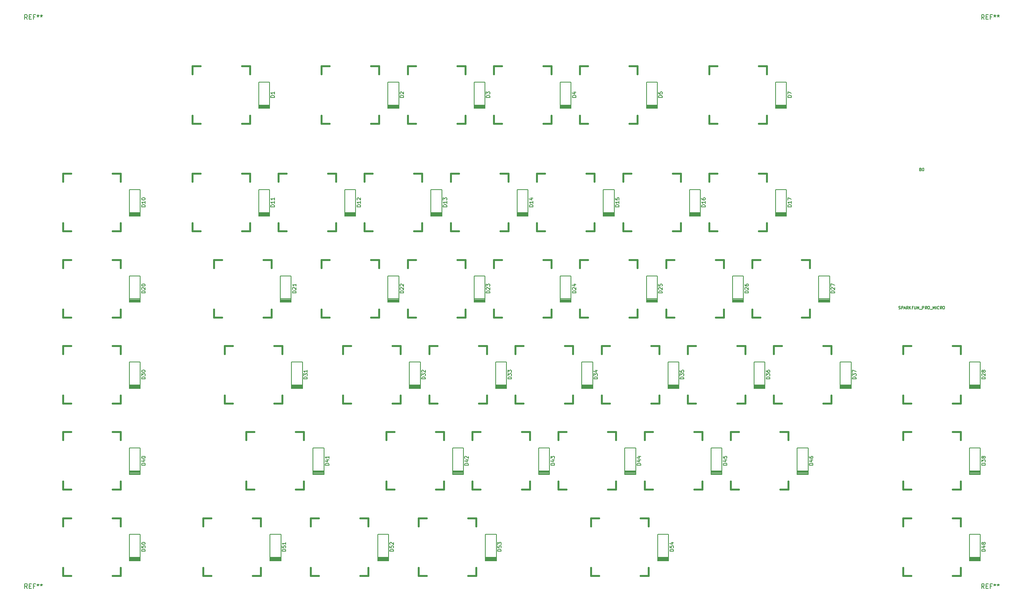
<source format=gto>
%TF.GenerationSoftware,KiCad,Pcbnew,(5.1.10)-1*%
%TF.CreationDate,2021-10-14T07:24:40+09:00*%
%TF.ProjectId,G_One_PCB,475f4f6e-655f-4504-9342-2e6b69636164,rev?*%
%TF.SameCoordinates,Original*%
%TF.FileFunction,Legend,Top*%
%TF.FilePolarity,Positive*%
%FSLAX46Y46*%
G04 Gerber Fmt 4.6, Leading zero omitted, Abs format (unit mm)*
G04 Created by KiCad (PCBNEW (5.1.10)-1) date 2021-10-14 07:24:40*
%MOMM*%
%LPD*%
G01*
G04 APERTURE LIST*
%ADD10C,0.381000*%
%ADD11C,0.200000*%
%ADD12C,0.150000*%
%ADD13C,0.127000*%
G04 APERTURE END LIST*
D10*
%TO.C,K28(IoT0)1*%
X195900000Y59572000D02*
X195900000Y61350000D01*
X195900000Y48650000D02*
X195900000Y50428000D01*
X197678000Y48650000D02*
X195900000Y48650000D01*
X208600000Y48650000D02*
X206822000Y48650000D01*
X208600000Y50428000D02*
X208600000Y48650000D01*
X208600000Y61350000D02*
X208600000Y59572000D01*
X206822000Y61350000D02*
X208600000Y61350000D01*
X195900000Y61350000D02*
X197678000Y61350000D01*
D11*
%TO.C,D1*%
X56200000Y119550000D02*
X56200000Y113750000D01*
X53800000Y119550000D02*
X56200000Y119550000D01*
X53800000Y113750000D02*
X53800000Y119550000D01*
X53800000Y113825000D02*
X56200000Y113825000D01*
X53800000Y113950000D02*
X56200000Y113950000D01*
X56200000Y113725000D02*
X53800000Y113725000D01*
X53800000Y114125000D02*
X56200000Y114125000D01*
X53800000Y114300000D02*
X56200000Y114300000D01*
X53800000Y114475000D02*
X56200000Y114475000D01*
%TO.C,D2*%
X82300000Y114475000D02*
X84700000Y114475000D01*
X82300000Y114300000D02*
X84700000Y114300000D01*
X82300000Y114125000D02*
X84700000Y114125000D01*
X84700000Y113725000D02*
X82300000Y113725000D01*
X82300000Y113950000D02*
X84700000Y113950000D01*
X82300000Y113825000D02*
X84700000Y113825000D01*
X82300000Y113750000D02*
X82300000Y119550000D01*
X82300000Y119550000D02*
X84700000Y119550000D01*
X84700000Y119550000D02*
X84700000Y113750000D01*
%TO.C,D3*%
X103700000Y119550000D02*
X103700000Y113750000D01*
X101300000Y119550000D02*
X103700000Y119550000D01*
X101300000Y113750000D02*
X101300000Y119550000D01*
X101300000Y113825000D02*
X103700000Y113825000D01*
X101300000Y113950000D02*
X103700000Y113950000D01*
X103700000Y113725000D02*
X101300000Y113725000D01*
X101300000Y114125000D02*
X103700000Y114125000D01*
X101300000Y114300000D02*
X103700000Y114300000D01*
X101300000Y114475000D02*
X103700000Y114475000D01*
%TO.C,D4*%
X120300000Y114475000D02*
X122700000Y114475000D01*
X120300000Y114300000D02*
X122700000Y114300000D01*
X120300000Y114125000D02*
X122700000Y114125000D01*
X122700000Y113725000D02*
X120300000Y113725000D01*
X120300000Y113950000D02*
X122700000Y113950000D01*
X120300000Y113825000D02*
X122700000Y113825000D01*
X120300000Y113750000D02*
X120300000Y119550000D01*
X120300000Y119550000D02*
X122700000Y119550000D01*
X122700000Y119550000D02*
X122700000Y113750000D01*
%TO.C,D5*%
X141700000Y119550000D02*
X141700000Y113750000D01*
X139300000Y119550000D02*
X141700000Y119550000D01*
X139300000Y113750000D02*
X139300000Y119550000D01*
X139300000Y113825000D02*
X141700000Y113825000D01*
X139300000Y113950000D02*
X141700000Y113950000D01*
X141700000Y113725000D02*
X139300000Y113725000D01*
X139300000Y114125000D02*
X141700000Y114125000D01*
X139300000Y114300000D02*
X141700000Y114300000D01*
X139300000Y114475000D02*
X141700000Y114475000D01*
%TO.C,D7*%
X170200000Y119550000D02*
X170200000Y113750000D01*
X167800000Y119550000D02*
X170200000Y119550000D01*
X167800000Y113750000D02*
X167800000Y119550000D01*
X167800000Y113825000D02*
X170200000Y113825000D01*
X167800000Y113950000D02*
X170200000Y113950000D01*
X170200000Y113725000D02*
X167800000Y113725000D01*
X167800000Y114125000D02*
X170200000Y114125000D01*
X167800000Y114300000D02*
X170200000Y114300000D01*
X167800000Y114475000D02*
X170200000Y114475000D01*
%TO.C,D10*%
X25300000Y90725000D02*
X27700000Y90725000D01*
X25300000Y90550000D02*
X27700000Y90550000D01*
X25300000Y90375000D02*
X27700000Y90375000D01*
X27700000Y89975000D02*
X25300000Y89975000D01*
X25300000Y90200000D02*
X27700000Y90200000D01*
X25300000Y90075000D02*
X27700000Y90075000D01*
X25300000Y90000000D02*
X25300000Y95800000D01*
X25300000Y95800000D02*
X27700000Y95800000D01*
X27700000Y95800000D02*
X27700000Y90000000D01*
%TO.C,D11*%
X56200000Y95800000D02*
X56200000Y90000000D01*
X53800000Y95800000D02*
X56200000Y95800000D01*
X53800000Y90000000D02*
X53800000Y95800000D01*
X53800000Y90075000D02*
X56200000Y90075000D01*
X53800000Y90200000D02*
X56200000Y90200000D01*
X56200000Y89975000D02*
X53800000Y89975000D01*
X53800000Y90375000D02*
X56200000Y90375000D01*
X53800000Y90550000D02*
X56200000Y90550000D01*
X53800000Y90725000D02*
X56200000Y90725000D01*
%TO.C,D12*%
X72800000Y90725000D02*
X75200000Y90725000D01*
X72800000Y90550000D02*
X75200000Y90550000D01*
X72800000Y90375000D02*
X75200000Y90375000D01*
X75200000Y89975000D02*
X72800000Y89975000D01*
X72800000Y90200000D02*
X75200000Y90200000D01*
X72800000Y90075000D02*
X75200000Y90075000D01*
X72800000Y90000000D02*
X72800000Y95800000D01*
X72800000Y95800000D02*
X75200000Y95800000D01*
X75200000Y95800000D02*
X75200000Y90000000D01*
%TO.C,D13*%
X91800000Y90725000D02*
X94200000Y90725000D01*
X91800000Y90550000D02*
X94200000Y90550000D01*
X91800000Y90375000D02*
X94200000Y90375000D01*
X94200000Y89975000D02*
X91800000Y89975000D01*
X91800000Y90200000D02*
X94200000Y90200000D01*
X91800000Y90075000D02*
X94200000Y90075000D01*
X91800000Y90000000D02*
X91800000Y95800000D01*
X91800000Y95800000D02*
X94200000Y95800000D01*
X94200000Y95800000D02*
X94200000Y90000000D01*
%TO.C,D14*%
X113200000Y95800000D02*
X113200000Y90000000D01*
X110800000Y95800000D02*
X113200000Y95800000D01*
X110800000Y90000000D02*
X110800000Y95800000D01*
X110800000Y90075000D02*
X113200000Y90075000D01*
X110800000Y90200000D02*
X113200000Y90200000D01*
X113200000Y89975000D02*
X110800000Y89975000D01*
X110800000Y90375000D02*
X113200000Y90375000D01*
X110800000Y90550000D02*
X113200000Y90550000D01*
X110800000Y90725000D02*
X113200000Y90725000D01*
%TO.C,D15*%
X129800000Y90725000D02*
X132200000Y90725000D01*
X129800000Y90550000D02*
X132200000Y90550000D01*
X129800000Y90375000D02*
X132200000Y90375000D01*
X132200000Y89975000D02*
X129800000Y89975000D01*
X129800000Y90200000D02*
X132200000Y90200000D01*
X129800000Y90075000D02*
X132200000Y90075000D01*
X129800000Y90000000D02*
X129800000Y95800000D01*
X129800000Y95800000D02*
X132200000Y95800000D01*
X132200000Y95800000D02*
X132200000Y90000000D01*
%TO.C,D16*%
X151200000Y95800000D02*
X151200000Y90000000D01*
X148800000Y95800000D02*
X151200000Y95800000D01*
X148800000Y90000000D02*
X148800000Y95800000D01*
X148800000Y90075000D02*
X151200000Y90075000D01*
X148800000Y90200000D02*
X151200000Y90200000D01*
X151200000Y89975000D02*
X148800000Y89975000D01*
X148800000Y90375000D02*
X151200000Y90375000D01*
X148800000Y90550000D02*
X151200000Y90550000D01*
X148800000Y90725000D02*
X151200000Y90725000D01*
%TO.C,D17*%
X167800000Y90725000D02*
X170200000Y90725000D01*
X167800000Y90550000D02*
X170200000Y90550000D01*
X167800000Y90375000D02*
X170200000Y90375000D01*
X170200000Y89975000D02*
X167800000Y89975000D01*
X167800000Y90200000D02*
X170200000Y90200000D01*
X167800000Y90075000D02*
X170200000Y90075000D01*
X167800000Y90000000D02*
X167800000Y95800000D01*
X167800000Y95800000D02*
X170200000Y95800000D01*
X170200000Y95800000D02*
X170200000Y90000000D01*
%TO.C,D20*%
X27700000Y76800000D02*
X27700000Y71000000D01*
X25300000Y76800000D02*
X27700000Y76800000D01*
X25300000Y71000000D02*
X25300000Y76800000D01*
X25300000Y71075000D02*
X27700000Y71075000D01*
X25300000Y71200000D02*
X27700000Y71200000D01*
X27700000Y70975000D02*
X25300000Y70975000D01*
X25300000Y71375000D02*
X27700000Y71375000D01*
X25300000Y71550000D02*
X27700000Y71550000D01*
X25300000Y71725000D02*
X27700000Y71725000D01*
%TO.C,D21*%
X58550000Y71725000D02*
X60950000Y71725000D01*
X58550000Y71550000D02*
X60950000Y71550000D01*
X58550000Y71375000D02*
X60950000Y71375000D01*
X60950000Y70975000D02*
X58550000Y70975000D01*
X58550000Y71200000D02*
X60950000Y71200000D01*
X58550000Y71075000D02*
X60950000Y71075000D01*
X58550000Y71000000D02*
X58550000Y76800000D01*
X58550000Y76800000D02*
X60950000Y76800000D01*
X60950000Y76800000D02*
X60950000Y71000000D01*
%TO.C,D22*%
X84700000Y76800000D02*
X84700000Y71000000D01*
X82300000Y76800000D02*
X84700000Y76800000D01*
X82300000Y71000000D02*
X82300000Y76800000D01*
X82300000Y71075000D02*
X84700000Y71075000D01*
X82300000Y71200000D02*
X84700000Y71200000D01*
X84700000Y70975000D02*
X82300000Y70975000D01*
X82300000Y71375000D02*
X84700000Y71375000D01*
X82300000Y71550000D02*
X84700000Y71550000D01*
X82300000Y71725000D02*
X84700000Y71725000D01*
%TO.C,D23*%
X101300000Y71725000D02*
X103700000Y71725000D01*
X101300000Y71550000D02*
X103700000Y71550000D01*
X101300000Y71375000D02*
X103700000Y71375000D01*
X103700000Y70975000D02*
X101300000Y70975000D01*
X101300000Y71200000D02*
X103700000Y71200000D01*
X101300000Y71075000D02*
X103700000Y71075000D01*
X101300000Y71000000D02*
X101300000Y76800000D01*
X101300000Y76800000D02*
X103700000Y76800000D01*
X103700000Y76800000D02*
X103700000Y71000000D01*
%TO.C,D24*%
X122700000Y76800000D02*
X122700000Y71000000D01*
X120300000Y76800000D02*
X122700000Y76800000D01*
X120300000Y71000000D02*
X120300000Y76800000D01*
X120300000Y71075000D02*
X122700000Y71075000D01*
X120300000Y71200000D02*
X122700000Y71200000D01*
X122700000Y70975000D02*
X120300000Y70975000D01*
X120300000Y71375000D02*
X122700000Y71375000D01*
X120300000Y71550000D02*
X122700000Y71550000D01*
X120300000Y71725000D02*
X122700000Y71725000D01*
%TO.C,D25*%
X139300000Y71725000D02*
X141700000Y71725000D01*
X139300000Y71550000D02*
X141700000Y71550000D01*
X139300000Y71375000D02*
X141700000Y71375000D01*
X141700000Y70975000D02*
X139300000Y70975000D01*
X139300000Y71200000D02*
X141700000Y71200000D01*
X139300000Y71075000D02*
X141700000Y71075000D01*
X139300000Y71000000D02*
X139300000Y76800000D01*
X139300000Y76800000D02*
X141700000Y76800000D01*
X141700000Y76800000D02*
X141700000Y71000000D01*
%TO.C,D26*%
X160700000Y76800000D02*
X160700000Y71000000D01*
X158300000Y76800000D02*
X160700000Y76800000D01*
X158300000Y71000000D02*
X158300000Y76800000D01*
X158300000Y71075000D02*
X160700000Y71075000D01*
X158300000Y71200000D02*
X160700000Y71200000D01*
X160700000Y70975000D02*
X158300000Y70975000D01*
X158300000Y71375000D02*
X160700000Y71375000D01*
X158300000Y71550000D02*
X160700000Y71550000D01*
X158300000Y71725000D02*
X160700000Y71725000D01*
%TO.C,D27*%
X177300000Y71725000D02*
X179700000Y71725000D01*
X177300000Y71550000D02*
X179700000Y71550000D01*
X177300000Y71375000D02*
X179700000Y71375000D01*
X179700000Y70975000D02*
X177300000Y70975000D01*
X177300000Y71200000D02*
X179700000Y71200000D01*
X177300000Y71075000D02*
X179700000Y71075000D01*
X177300000Y71000000D02*
X177300000Y76800000D01*
X177300000Y76800000D02*
X179700000Y76800000D01*
X179700000Y76800000D02*
X179700000Y71000000D01*
%TO.C,D28*%
X212950000Y57800000D02*
X212950000Y52000000D01*
X210550000Y57800000D02*
X212950000Y57800000D01*
X210550000Y52000000D02*
X210550000Y57800000D01*
X210550000Y52075000D02*
X212950000Y52075000D01*
X210550000Y52200000D02*
X212950000Y52200000D01*
X212950000Y51975000D02*
X210550000Y51975000D01*
X210550000Y52375000D02*
X212950000Y52375000D01*
X210550000Y52550000D02*
X212950000Y52550000D01*
X210550000Y52725000D02*
X212950000Y52725000D01*
%TO.C,D30*%
X27700000Y57800000D02*
X27700000Y52000000D01*
X25300000Y57800000D02*
X27700000Y57800000D01*
X25300000Y52000000D02*
X25300000Y57800000D01*
X25300000Y52075000D02*
X27700000Y52075000D01*
X25300000Y52200000D02*
X27700000Y52200000D01*
X27700000Y51975000D02*
X25300000Y51975000D01*
X25300000Y52375000D02*
X27700000Y52375000D01*
X25300000Y52550000D02*
X27700000Y52550000D01*
X25300000Y52725000D02*
X27700000Y52725000D01*
%TO.C,D31*%
X63450000Y57800000D02*
X63450000Y52000000D01*
X61050000Y57800000D02*
X63450000Y57800000D01*
X61050000Y52000000D02*
X61050000Y57800000D01*
X61050000Y52075000D02*
X63450000Y52075000D01*
X61050000Y52200000D02*
X63450000Y52200000D01*
X63450000Y51975000D02*
X61050000Y51975000D01*
X61050000Y52375000D02*
X63450000Y52375000D01*
X61050000Y52550000D02*
X63450000Y52550000D01*
X61050000Y52725000D02*
X63450000Y52725000D01*
%TO.C,D32*%
X87050000Y52725000D02*
X89450000Y52725000D01*
X87050000Y52550000D02*
X89450000Y52550000D01*
X87050000Y52375000D02*
X89450000Y52375000D01*
X89450000Y51975000D02*
X87050000Y51975000D01*
X87050000Y52200000D02*
X89450000Y52200000D01*
X87050000Y52075000D02*
X89450000Y52075000D01*
X87050000Y52000000D02*
X87050000Y57800000D01*
X87050000Y57800000D02*
X89450000Y57800000D01*
X89450000Y57800000D02*
X89450000Y52000000D01*
%TO.C,D33*%
X108450000Y57800000D02*
X108450000Y52000000D01*
X106050000Y57800000D02*
X108450000Y57800000D01*
X106050000Y52000000D02*
X106050000Y57800000D01*
X106050000Y52075000D02*
X108450000Y52075000D01*
X106050000Y52200000D02*
X108450000Y52200000D01*
X108450000Y51975000D02*
X106050000Y51975000D01*
X106050000Y52375000D02*
X108450000Y52375000D01*
X106050000Y52550000D02*
X108450000Y52550000D01*
X106050000Y52725000D02*
X108450000Y52725000D01*
%TO.C,D34*%
X125050000Y52725000D02*
X127450000Y52725000D01*
X125050000Y52550000D02*
X127450000Y52550000D01*
X125050000Y52375000D02*
X127450000Y52375000D01*
X127450000Y51975000D02*
X125050000Y51975000D01*
X125050000Y52200000D02*
X127450000Y52200000D01*
X125050000Y52075000D02*
X127450000Y52075000D01*
X125050000Y52000000D02*
X125050000Y57800000D01*
X125050000Y57800000D02*
X127450000Y57800000D01*
X127450000Y57800000D02*
X127450000Y52000000D01*
%TO.C,D35*%
X146450000Y57800000D02*
X146450000Y52000000D01*
X144050000Y57800000D02*
X146450000Y57800000D01*
X144050000Y52000000D02*
X144050000Y57800000D01*
X144050000Y52075000D02*
X146450000Y52075000D01*
X144050000Y52200000D02*
X146450000Y52200000D01*
X146450000Y51975000D02*
X144050000Y51975000D01*
X144050000Y52375000D02*
X146450000Y52375000D01*
X144050000Y52550000D02*
X146450000Y52550000D01*
X144050000Y52725000D02*
X146450000Y52725000D01*
%TO.C,D36*%
X165450000Y57800000D02*
X165450000Y52000000D01*
X163050000Y57800000D02*
X165450000Y57800000D01*
X163050000Y52000000D02*
X163050000Y57800000D01*
X163050000Y52075000D02*
X165450000Y52075000D01*
X163050000Y52200000D02*
X165450000Y52200000D01*
X165450000Y51975000D02*
X163050000Y51975000D01*
X163050000Y52375000D02*
X165450000Y52375000D01*
X163050000Y52550000D02*
X165450000Y52550000D01*
X163050000Y52725000D02*
X165450000Y52725000D01*
%TO.C,D37*%
X182050000Y52725000D02*
X184450000Y52725000D01*
X182050000Y52550000D02*
X184450000Y52550000D01*
X182050000Y52375000D02*
X184450000Y52375000D01*
X184450000Y51975000D02*
X182050000Y51975000D01*
X182050000Y52200000D02*
X184450000Y52200000D01*
X182050000Y52075000D02*
X184450000Y52075000D01*
X182050000Y52000000D02*
X182050000Y57800000D01*
X182050000Y57800000D02*
X184450000Y57800000D01*
X184450000Y57800000D02*
X184450000Y52000000D01*
%TO.C,D38*%
X212950000Y38800000D02*
X212950000Y33000000D01*
X210550000Y38800000D02*
X212950000Y38800000D01*
X210550000Y33000000D02*
X210550000Y38800000D01*
X210550000Y33075000D02*
X212950000Y33075000D01*
X210550000Y33200000D02*
X212950000Y33200000D01*
X212950000Y32975000D02*
X210550000Y32975000D01*
X210550000Y33375000D02*
X212950000Y33375000D01*
X210550000Y33550000D02*
X212950000Y33550000D01*
X210550000Y33725000D02*
X212950000Y33725000D01*
%TO.C,D40*%
X25300000Y33725000D02*
X27700000Y33725000D01*
X25300000Y33550000D02*
X27700000Y33550000D01*
X25300000Y33375000D02*
X27700000Y33375000D01*
X27700000Y32975000D02*
X25300000Y32975000D01*
X25300000Y33200000D02*
X27700000Y33200000D01*
X25300000Y33075000D02*
X27700000Y33075000D01*
X25300000Y33000000D02*
X25300000Y38800000D01*
X25300000Y38800000D02*
X27700000Y38800000D01*
X27700000Y38800000D02*
X27700000Y33000000D01*
%TO.C,D41*%
X65800000Y33725000D02*
X68200000Y33725000D01*
X65800000Y33550000D02*
X68200000Y33550000D01*
X65800000Y33375000D02*
X68200000Y33375000D01*
X68200000Y32975000D02*
X65800000Y32975000D01*
X65800000Y33200000D02*
X68200000Y33200000D01*
X65800000Y33075000D02*
X68200000Y33075000D01*
X65800000Y33000000D02*
X65800000Y38800000D01*
X65800000Y38800000D02*
X68200000Y38800000D01*
X68200000Y38800000D02*
X68200000Y33000000D01*
%TO.C,D42*%
X98950000Y38800000D02*
X98950000Y33000000D01*
X96550000Y38800000D02*
X98950000Y38800000D01*
X96550000Y33000000D02*
X96550000Y38800000D01*
X96550000Y33075000D02*
X98950000Y33075000D01*
X96550000Y33200000D02*
X98950000Y33200000D01*
X98950000Y32975000D02*
X96550000Y32975000D01*
X96550000Y33375000D02*
X98950000Y33375000D01*
X96550000Y33550000D02*
X98950000Y33550000D01*
X96550000Y33725000D02*
X98950000Y33725000D01*
%TO.C,D43*%
X115550000Y33725000D02*
X117950000Y33725000D01*
X115550000Y33550000D02*
X117950000Y33550000D01*
X115550000Y33375000D02*
X117950000Y33375000D01*
X117950000Y32975000D02*
X115550000Y32975000D01*
X115550000Y33200000D02*
X117950000Y33200000D01*
X115550000Y33075000D02*
X117950000Y33075000D01*
X115550000Y33000000D02*
X115550000Y38800000D01*
X115550000Y38800000D02*
X117950000Y38800000D01*
X117950000Y38800000D02*
X117950000Y33000000D01*
%TO.C,D44*%
X136950000Y38800000D02*
X136950000Y33000000D01*
X134550000Y38800000D02*
X136950000Y38800000D01*
X134550000Y33000000D02*
X134550000Y38800000D01*
X134550000Y33075000D02*
X136950000Y33075000D01*
X134550000Y33200000D02*
X136950000Y33200000D01*
X136950000Y32975000D02*
X134550000Y32975000D01*
X134550000Y33375000D02*
X136950000Y33375000D01*
X134550000Y33550000D02*
X136950000Y33550000D01*
X134550000Y33725000D02*
X136950000Y33725000D01*
%TO.C,D45*%
X153550000Y33725000D02*
X155950000Y33725000D01*
X153550000Y33550000D02*
X155950000Y33550000D01*
X153550000Y33375000D02*
X155950000Y33375000D01*
X155950000Y32975000D02*
X153550000Y32975000D01*
X153550000Y33200000D02*
X155950000Y33200000D01*
X153550000Y33075000D02*
X155950000Y33075000D01*
X153550000Y33000000D02*
X153550000Y38800000D01*
X153550000Y38800000D02*
X155950000Y38800000D01*
X155950000Y38800000D02*
X155950000Y33000000D01*
%TO.C,D46*%
X172550000Y33725000D02*
X174950000Y33725000D01*
X172550000Y33550000D02*
X174950000Y33550000D01*
X172550000Y33375000D02*
X174950000Y33375000D01*
X174950000Y32975000D02*
X172550000Y32975000D01*
X172550000Y33200000D02*
X174950000Y33200000D01*
X172550000Y33075000D02*
X174950000Y33075000D01*
X172550000Y33000000D02*
X172550000Y38800000D01*
X172550000Y38800000D02*
X174950000Y38800000D01*
X174950000Y38800000D02*
X174950000Y33000000D01*
%TO.C,D48*%
X210550000Y14725000D02*
X212950000Y14725000D01*
X210550000Y14550000D02*
X212950000Y14550000D01*
X210550000Y14375000D02*
X212950000Y14375000D01*
X212950000Y13975000D02*
X210550000Y13975000D01*
X210550000Y14200000D02*
X212950000Y14200000D01*
X210550000Y14075000D02*
X212950000Y14075000D01*
X210550000Y14000000D02*
X210550000Y19800000D01*
X210550000Y19800000D02*
X212950000Y19800000D01*
X212950000Y19800000D02*
X212950000Y14000000D01*
%TO.C,D50*%
X27700000Y19800000D02*
X27700000Y14000000D01*
X25300000Y19800000D02*
X27700000Y19800000D01*
X25300000Y14000000D02*
X25300000Y19800000D01*
X25300000Y14075000D02*
X27700000Y14075000D01*
X25300000Y14200000D02*
X27700000Y14200000D01*
X27700000Y13975000D02*
X25300000Y13975000D01*
X25300000Y14375000D02*
X27700000Y14375000D01*
X25300000Y14550000D02*
X27700000Y14550000D01*
X25300000Y14725000D02*
X27700000Y14725000D01*
%TO.C,D51*%
X58700000Y19800000D02*
X58700000Y14000000D01*
X56300000Y19800000D02*
X58700000Y19800000D01*
X56300000Y14000000D02*
X56300000Y19800000D01*
X56300000Y14075000D02*
X58700000Y14075000D01*
X56300000Y14200000D02*
X58700000Y14200000D01*
X58700000Y13975000D02*
X56300000Y13975000D01*
X56300000Y14375000D02*
X58700000Y14375000D01*
X56300000Y14550000D02*
X58700000Y14550000D01*
X56300000Y14725000D02*
X58700000Y14725000D01*
%TO.C,D52*%
X80050000Y14725000D02*
X82450000Y14725000D01*
X80050000Y14550000D02*
X82450000Y14550000D01*
X80050000Y14375000D02*
X82450000Y14375000D01*
X82450000Y13975000D02*
X80050000Y13975000D01*
X80050000Y14200000D02*
X82450000Y14200000D01*
X80050000Y14075000D02*
X82450000Y14075000D01*
X80050000Y14000000D02*
X80050000Y19800000D01*
X80050000Y19800000D02*
X82450000Y19800000D01*
X82450000Y19800000D02*
X82450000Y14000000D01*
%TO.C,D53*%
X103800000Y14725000D02*
X106200000Y14725000D01*
X103800000Y14550000D02*
X106200000Y14550000D01*
X103800000Y14375000D02*
X106200000Y14375000D01*
X106200000Y13975000D02*
X103800000Y13975000D01*
X103800000Y14200000D02*
X106200000Y14200000D01*
X103800000Y14075000D02*
X106200000Y14075000D01*
X103800000Y14000000D02*
X103800000Y19800000D01*
X103800000Y19800000D02*
X106200000Y19800000D01*
X106200000Y19800000D02*
X106200000Y14000000D01*
%TO.C,D54*%
X144200000Y19800000D02*
X144200000Y14000000D01*
X141800000Y19800000D02*
X144200000Y19800000D01*
X141800000Y14000000D02*
X141800000Y19800000D01*
X141800000Y14075000D02*
X144200000Y14075000D01*
X141800000Y14200000D02*
X144200000Y14200000D01*
X144200000Y13975000D02*
X141800000Y13975000D01*
X141800000Y14375000D02*
X144200000Y14375000D01*
X141800000Y14550000D02*
X144200000Y14550000D01*
X141800000Y14725000D02*
X144200000Y14725000D01*
D10*
%TO.C,K01(ESC)1*%
X39150000Y121322000D02*
X39150000Y123100000D01*
X39150000Y110400000D02*
X39150000Y112178000D01*
X40928000Y110400000D02*
X39150000Y110400000D01*
X51850000Y110400000D02*
X50072000Y110400000D01*
X51850000Y112178000D02*
X51850000Y110400000D01*
X51850000Y123100000D02*
X51850000Y121322000D01*
X50072000Y123100000D02*
X51850000Y123100000D01*
X39150000Y123100000D02*
X40928000Y123100000D01*
%TO.C,K02(F1)1*%
X67650000Y121322000D02*
X67650000Y123100000D01*
X67650000Y110400000D02*
X67650000Y112178000D01*
X69428000Y110400000D02*
X67650000Y110400000D01*
X80350000Y110400000D02*
X78572000Y110400000D01*
X80350000Y112178000D02*
X80350000Y110400000D01*
X80350000Y123100000D02*
X80350000Y121322000D01*
X78572000Y123100000D02*
X80350000Y123100000D01*
X67650000Y123100000D02*
X69428000Y123100000D01*
%TO.C,K03(F2)1*%
X86650000Y123100000D02*
X88428000Y123100000D01*
X97572000Y123100000D02*
X99350000Y123100000D01*
X99350000Y123100000D02*
X99350000Y121322000D01*
X99350000Y112178000D02*
X99350000Y110400000D01*
X99350000Y110400000D02*
X97572000Y110400000D01*
X88428000Y110400000D02*
X86650000Y110400000D01*
X86650000Y110400000D02*
X86650000Y112178000D01*
X86650000Y121322000D02*
X86650000Y123100000D01*
%TO.C,K04(F3)1*%
X105650000Y123100000D02*
X107428000Y123100000D01*
X116572000Y123100000D02*
X118350000Y123100000D01*
X118350000Y123100000D02*
X118350000Y121322000D01*
X118350000Y112178000D02*
X118350000Y110400000D01*
X118350000Y110400000D02*
X116572000Y110400000D01*
X107428000Y110400000D02*
X105650000Y110400000D01*
X105650000Y110400000D02*
X105650000Y112178000D01*
X105650000Y121322000D02*
X105650000Y123100000D01*
%TO.C,K05(F4)1*%
X124650000Y121322000D02*
X124650000Y123100000D01*
X124650000Y110400000D02*
X124650000Y112178000D01*
X126428000Y110400000D02*
X124650000Y110400000D01*
X137350000Y110400000D02*
X135572000Y110400000D01*
X137350000Y112178000D02*
X137350000Y110400000D01*
X137350000Y123100000D02*
X137350000Y121322000D01*
X135572000Y123100000D02*
X137350000Y123100000D01*
X124650000Y123100000D02*
X126428000Y123100000D01*
%TO.C,K07(F5)1*%
X153150000Y123100000D02*
X154928000Y123100000D01*
X164072000Y123100000D02*
X165850000Y123100000D01*
X165850000Y123100000D02*
X165850000Y121322000D01*
X165850000Y112178000D02*
X165850000Y110400000D01*
X165850000Y110400000D02*
X164072000Y110400000D01*
X154928000Y110400000D02*
X153150000Y110400000D01*
X153150000Y110400000D02*
X153150000Y112178000D01*
X153150000Y121322000D02*
X153150000Y123100000D01*
%TO.C,K10(M0)1*%
X10650000Y99350000D02*
X12428000Y99350000D01*
X21572000Y99350000D02*
X23350000Y99350000D01*
X23350000Y99350000D02*
X23350000Y97572000D01*
X23350000Y88428000D02*
X23350000Y86650000D01*
X23350000Y86650000D02*
X21572000Y86650000D01*
X12428000Y86650000D02*
X10650000Y86650000D01*
X10650000Y86650000D02*
X10650000Y88428000D01*
X10650000Y97572000D02*
X10650000Y99350000D01*
%TO.C,K11(_`_)1*%
X39150000Y99350000D02*
X40928000Y99350000D01*
X50072000Y99350000D02*
X51850000Y99350000D01*
X51850000Y99350000D02*
X51850000Y97572000D01*
X51850000Y88428000D02*
X51850000Y86650000D01*
X51850000Y86650000D02*
X50072000Y86650000D01*
X40928000Y86650000D02*
X39150000Y86650000D01*
X39150000Y86650000D02*
X39150000Y88428000D01*
X39150000Y97572000D02*
X39150000Y99350000D01*
%TO.C,K12(1!)1*%
X58150000Y97572000D02*
X58150000Y99350000D01*
X58150000Y86650000D02*
X58150000Y88428000D01*
X59928000Y86650000D02*
X58150000Y86650000D01*
X70850000Y86650000D02*
X69072000Y86650000D01*
X70850000Y88428000D02*
X70850000Y86650000D01*
X70850000Y99350000D02*
X70850000Y97572000D01*
X69072000Y99350000D02*
X70850000Y99350000D01*
X58150000Y99350000D02*
X59928000Y99350000D01*
%TO.C,K13(2@)1*%
X77150000Y97572000D02*
X77150000Y99350000D01*
X77150000Y86650000D02*
X77150000Y88428000D01*
X78928000Y86650000D02*
X77150000Y86650000D01*
X89850000Y86650000D02*
X88072000Y86650000D01*
X89850000Y88428000D02*
X89850000Y86650000D01*
X89850000Y99350000D02*
X89850000Y97572000D01*
X88072000Y99350000D02*
X89850000Y99350000D01*
X77150000Y99350000D02*
X78928000Y99350000D01*
%TO.C,K14(3#)1*%
X96150000Y97572000D02*
X96150000Y99350000D01*
X96150000Y86650000D02*
X96150000Y88428000D01*
X97928000Y86650000D02*
X96150000Y86650000D01*
X108850000Y86650000D02*
X107072000Y86650000D01*
X108850000Y88428000D02*
X108850000Y86650000D01*
X108850000Y99350000D02*
X108850000Y97572000D01*
X107072000Y99350000D02*
X108850000Y99350000D01*
X96150000Y99350000D02*
X97928000Y99350000D01*
%TO.C,K15(4$)1*%
X115150000Y99350000D02*
X116928000Y99350000D01*
X126072000Y99350000D02*
X127850000Y99350000D01*
X127850000Y99350000D02*
X127850000Y97572000D01*
X127850000Y88428000D02*
X127850000Y86650000D01*
X127850000Y86650000D02*
X126072000Y86650000D01*
X116928000Y86650000D02*
X115150000Y86650000D01*
X115150000Y86650000D02*
X115150000Y88428000D01*
X115150000Y97572000D02*
X115150000Y99350000D01*
%TO.C,K16(5\u0025)1*%
X134150000Y97572000D02*
X134150000Y99350000D01*
X134150000Y86650000D02*
X134150000Y88428000D01*
X135928000Y86650000D02*
X134150000Y86650000D01*
X146850000Y86650000D02*
X145072000Y86650000D01*
X146850000Y88428000D02*
X146850000Y86650000D01*
X146850000Y99350000D02*
X146850000Y97572000D01*
X145072000Y99350000D02*
X146850000Y99350000D01*
X134150000Y99350000D02*
X135928000Y99350000D01*
%TO.C,K17(6^)1*%
X153150000Y99350000D02*
X154928000Y99350000D01*
X164072000Y99350000D02*
X165850000Y99350000D01*
X165850000Y99350000D02*
X165850000Y97572000D01*
X165850000Y88428000D02*
X165850000Y86650000D01*
X165850000Y86650000D02*
X164072000Y86650000D01*
X154928000Y86650000D02*
X153150000Y86650000D01*
X153150000Y86650000D02*
X153150000Y88428000D01*
X153150000Y97572000D02*
X153150000Y99350000D01*
%TO.C,K20(M1)1*%
X10650000Y80350000D02*
X12428000Y80350000D01*
X21572000Y80350000D02*
X23350000Y80350000D01*
X23350000Y80350000D02*
X23350000Y78572000D01*
X23350000Y69428000D02*
X23350000Y67650000D01*
X23350000Y67650000D02*
X21572000Y67650000D01*
X12428000Y67650000D02*
X10650000Y67650000D01*
X10650000Y67650000D02*
X10650000Y69428000D01*
X10650000Y78572000D02*
X10650000Y80350000D01*
%TO.C,K21(Tap)1*%
X43900000Y80350000D02*
X45678000Y80350000D01*
X54822000Y80350000D02*
X56600000Y80350000D01*
X56600000Y80350000D02*
X56600000Y78572000D01*
X56600000Y69428000D02*
X56600000Y67650000D01*
X56600000Y67650000D02*
X54822000Y67650000D01*
X45678000Y67650000D02*
X43900000Y67650000D01*
X43900000Y67650000D02*
X43900000Y69428000D01*
X43900000Y78572000D02*
X43900000Y80350000D01*
%TO.C,K22(Q)1*%
X67650000Y78572000D02*
X67650000Y80350000D01*
X67650000Y67650000D02*
X67650000Y69428000D01*
X69428000Y67650000D02*
X67650000Y67650000D01*
X80350000Y67650000D02*
X78572000Y67650000D01*
X80350000Y69428000D02*
X80350000Y67650000D01*
X80350000Y80350000D02*
X80350000Y78572000D01*
X78572000Y80350000D02*
X80350000Y80350000D01*
X67650000Y80350000D02*
X69428000Y80350000D01*
%TO.C,K23(W)1*%
X86650000Y80350000D02*
X88428000Y80350000D01*
X97572000Y80350000D02*
X99350000Y80350000D01*
X99350000Y80350000D02*
X99350000Y78572000D01*
X99350000Y69428000D02*
X99350000Y67650000D01*
X99350000Y67650000D02*
X97572000Y67650000D01*
X88428000Y67650000D02*
X86650000Y67650000D01*
X86650000Y67650000D02*
X86650000Y69428000D01*
X86650000Y78572000D02*
X86650000Y80350000D01*
%TO.C,K24(E)1*%
X105650000Y78572000D02*
X105650000Y80350000D01*
X105650000Y67650000D02*
X105650000Y69428000D01*
X107428000Y67650000D02*
X105650000Y67650000D01*
X118350000Y67650000D02*
X116572000Y67650000D01*
X118350000Y69428000D02*
X118350000Y67650000D01*
X118350000Y80350000D02*
X118350000Y78572000D01*
X116572000Y80350000D02*
X118350000Y80350000D01*
X105650000Y80350000D02*
X107428000Y80350000D01*
%TO.C,K25(R)1*%
X124650000Y78572000D02*
X124650000Y80350000D01*
X124650000Y67650000D02*
X124650000Y69428000D01*
X126428000Y67650000D02*
X124650000Y67650000D01*
X137350000Y67650000D02*
X135572000Y67650000D01*
X137350000Y69428000D02*
X137350000Y67650000D01*
X137350000Y80350000D02*
X137350000Y78572000D01*
X135572000Y80350000D02*
X137350000Y80350000D01*
X124650000Y80350000D02*
X126428000Y80350000D01*
%TO.C,K26(T)1*%
X143650000Y80350000D02*
X145428000Y80350000D01*
X154572000Y80350000D02*
X156350000Y80350000D01*
X156350000Y80350000D02*
X156350000Y78572000D01*
X156350000Y69428000D02*
X156350000Y67650000D01*
X156350000Y67650000D02*
X154572000Y67650000D01*
X145428000Y67650000D02*
X143650000Y67650000D01*
X143650000Y67650000D02*
X143650000Y69428000D01*
X143650000Y78572000D02*
X143650000Y80350000D01*
%TO.C,K27(P)1*%
X162650000Y78572000D02*
X162650000Y80350000D01*
X162650000Y67650000D02*
X162650000Y69428000D01*
X164428000Y67650000D02*
X162650000Y67650000D01*
X175350000Y67650000D02*
X173572000Y67650000D01*
X175350000Y69428000D02*
X175350000Y67650000D01*
X175350000Y80350000D02*
X175350000Y78572000D01*
X173572000Y80350000D02*
X175350000Y80350000D01*
X162650000Y80350000D02*
X164428000Y80350000D01*
%TO.C,K30(M2)1*%
X10650000Y59572000D02*
X10650000Y61350000D01*
X10650000Y48650000D02*
X10650000Y50428000D01*
X12428000Y48650000D02*
X10650000Y48650000D01*
X23350000Y48650000D02*
X21572000Y48650000D01*
X23350000Y50428000D02*
X23350000Y48650000D01*
X23350000Y61350000D02*
X23350000Y59572000D01*
X21572000Y61350000D02*
X23350000Y61350000D01*
X10650000Y61350000D02*
X12428000Y61350000D01*
%TO.C,K31(Caps_Lock)1*%
X46280000Y61350000D02*
X48058000Y61350000D01*
X57202000Y61350000D02*
X58980000Y61350000D01*
X58980000Y61350000D02*
X58980000Y59572000D01*
X58980000Y50428000D02*
X58980000Y48650000D01*
X58980000Y48650000D02*
X57202000Y48650000D01*
X48058000Y48650000D02*
X46280000Y48650000D01*
X46280000Y48650000D02*
X46280000Y50428000D01*
X46280000Y59572000D02*
X46280000Y61350000D01*
%TO.C,K32(A)1*%
X72400000Y61350000D02*
X74178000Y61350000D01*
X83322000Y61350000D02*
X85100000Y61350000D01*
X85100000Y61350000D02*
X85100000Y59572000D01*
X85100000Y50428000D02*
X85100000Y48650000D01*
X85100000Y48650000D02*
X83322000Y48650000D01*
X74178000Y48650000D02*
X72400000Y48650000D01*
X72400000Y48650000D02*
X72400000Y50428000D01*
X72400000Y59572000D02*
X72400000Y61350000D01*
%TO.C,K33(S)1*%
X91400000Y59572000D02*
X91400000Y61350000D01*
X91400000Y48650000D02*
X91400000Y50428000D01*
X93178000Y48650000D02*
X91400000Y48650000D01*
X104100000Y48650000D02*
X102322000Y48650000D01*
X104100000Y50428000D02*
X104100000Y48650000D01*
X104100000Y61350000D02*
X104100000Y59572000D01*
X102322000Y61350000D02*
X104100000Y61350000D01*
X91400000Y61350000D02*
X93178000Y61350000D01*
%TO.C,K34(D)1*%
X110400000Y61350000D02*
X112178000Y61350000D01*
X121322000Y61350000D02*
X123100000Y61350000D01*
X123100000Y61350000D02*
X123100000Y59572000D01*
X123100000Y50428000D02*
X123100000Y48650000D01*
X123100000Y48650000D02*
X121322000Y48650000D01*
X112178000Y48650000D02*
X110400000Y48650000D01*
X110400000Y48650000D02*
X110400000Y50428000D01*
X110400000Y59572000D02*
X110400000Y61350000D01*
%TO.C,K35(F)1*%
X129400000Y61350000D02*
X131178000Y61350000D01*
X140322000Y61350000D02*
X142100000Y61350000D01*
X142100000Y61350000D02*
X142100000Y59572000D01*
X142100000Y50428000D02*
X142100000Y48650000D01*
X142100000Y48650000D02*
X140322000Y48650000D01*
X131178000Y48650000D02*
X129400000Y48650000D01*
X129400000Y48650000D02*
X129400000Y50428000D01*
X129400000Y59572000D02*
X129400000Y61350000D01*
%TO.C,K36(G)1*%
X148400000Y59572000D02*
X148400000Y61350000D01*
X148400000Y48650000D02*
X148400000Y50428000D01*
X150178000Y48650000D02*
X148400000Y48650000D01*
X161100000Y48650000D02*
X159322000Y48650000D01*
X161100000Y50428000D02*
X161100000Y48650000D01*
X161100000Y61350000D02*
X161100000Y59572000D01*
X159322000Y61350000D02*
X161100000Y61350000D01*
X148400000Y61350000D02*
X150178000Y61350000D01*
%TO.C,K37(H)1*%
X167400000Y61350000D02*
X169178000Y61350000D01*
X178322000Y61350000D02*
X180100000Y61350000D01*
X180100000Y61350000D02*
X180100000Y59572000D01*
X180100000Y50428000D02*
X180100000Y48650000D01*
X180100000Y48650000D02*
X178322000Y48650000D01*
X169178000Y48650000D02*
X167400000Y48650000D01*
X167400000Y48650000D02*
X167400000Y50428000D01*
X167400000Y59572000D02*
X167400000Y61350000D01*
%TO.C,K38(IoT1)1*%
X195900000Y42350000D02*
X197678000Y42350000D01*
X206822000Y42350000D02*
X208600000Y42350000D01*
X208600000Y42350000D02*
X208600000Y40572000D01*
X208600000Y31428000D02*
X208600000Y29650000D01*
X208600000Y29650000D02*
X206822000Y29650000D01*
X197678000Y29650000D02*
X195900000Y29650000D01*
X195900000Y29650000D02*
X195900000Y31428000D01*
X195900000Y40572000D02*
X195900000Y42350000D01*
%TO.C,K40(M3)1*%
X10650000Y40572000D02*
X10650000Y42350000D01*
X10650000Y29650000D02*
X10650000Y31428000D01*
X12428000Y29650000D02*
X10650000Y29650000D01*
X23350000Y29650000D02*
X21572000Y29650000D01*
X23350000Y31428000D02*
X23350000Y29650000D01*
X23350000Y42350000D02*
X23350000Y40572000D01*
X21572000Y42350000D02*
X23350000Y42350000D01*
X10650000Y42350000D02*
X12428000Y42350000D01*
%TO.C,K41(L_Shift)1*%
X51030000Y42350000D02*
X52808000Y42350000D01*
X61952000Y42350000D02*
X63730000Y42350000D01*
X63730000Y42350000D02*
X63730000Y40572000D01*
X63730000Y31428000D02*
X63730000Y29650000D01*
X63730000Y29650000D02*
X61952000Y29650000D01*
X52808000Y29650000D02*
X51030000Y29650000D01*
X51030000Y29650000D02*
X51030000Y31428000D01*
X51030000Y40572000D02*
X51030000Y42350000D01*
%TO.C,K42(Z)1*%
X81900000Y42350000D02*
X83678000Y42350000D01*
X92822000Y42350000D02*
X94600000Y42350000D01*
X94600000Y42350000D02*
X94600000Y40572000D01*
X94600000Y31428000D02*
X94600000Y29650000D01*
X94600000Y29650000D02*
X92822000Y29650000D01*
X83678000Y29650000D02*
X81900000Y29650000D01*
X81900000Y29650000D02*
X81900000Y31428000D01*
X81900000Y40572000D02*
X81900000Y42350000D01*
%TO.C,K43(X)1*%
X100900000Y40572000D02*
X100900000Y42350000D01*
X100900000Y29650000D02*
X100900000Y31428000D01*
X102678000Y29650000D02*
X100900000Y29650000D01*
X113600000Y29650000D02*
X111822000Y29650000D01*
X113600000Y31428000D02*
X113600000Y29650000D01*
X113600000Y42350000D02*
X113600000Y40572000D01*
X111822000Y42350000D02*
X113600000Y42350000D01*
X100900000Y42350000D02*
X102678000Y42350000D01*
%TO.C,K44(C)1*%
X119900000Y42350000D02*
X121678000Y42350000D01*
X130822000Y42350000D02*
X132600000Y42350000D01*
X132600000Y42350000D02*
X132600000Y40572000D01*
X132600000Y31428000D02*
X132600000Y29650000D01*
X132600000Y29650000D02*
X130822000Y29650000D01*
X121678000Y29650000D02*
X119900000Y29650000D01*
X119900000Y29650000D02*
X119900000Y31428000D01*
X119900000Y40572000D02*
X119900000Y42350000D01*
%TO.C,K45(V)1*%
X138900000Y42350000D02*
X140678000Y42350000D01*
X149822000Y42350000D02*
X151600000Y42350000D01*
X151600000Y42350000D02*
X151600000Y40572000D01*
X151600000Y31428000D02*
X151600000Y29650000D01*
X151600000Y29650000D02*
X149822000Y29650000D01*
X140678000Y29650000D02*
X138900000Y29650000D01*
X138900000Y29650000D02*
X138900000Y31428000D01*
X138900000Y40572000D02*
X138900000Y42350000D01*
%TO.C,K46(B)1*%
X157900000Y40572000D02*
X157900000Y42350000D01*
X157900000Y29650000D02*
X157900000Y31428000D01*
X159678000Y29650000D02*
X157900000Y29650000D01*
X170600000Y29650000D02*
X168822000Y29650000D01*
X170600000Y31428000D02*
X170600000Y29650000D01*
X170600000Y42350000D02*
X170600000Y40572000D01*
X168822000Y42350000D02*
X170600000Y42350000D01*
X157900000Y42350000D02*
X159678000Y42350000D01*
%TO.C,K48(IoT2)1*%
X195900000Y21572000D02*
X195900000Y23350000D01*
X195900000Y10650000D02*
X195900000Y12428000D01*
X197678000Y10650000D02*
X195900000Y10650000D01*
X208600000Y10650000D02*
X206822000Y10650000D01*
X208600000Y12428000D02*
X208600000Y10650000D01*
X208600000Y23350000D02*
X208600000Y21572000D01*
X206822000Y23350000D02*
X208600000Y23350000D01*
X195900000Y23350000D02*
X197678000Y23350000D01*
%TO.C,K50(M4)1*%
X10650000Y23350000D02*
X12428000Y23350000D01*
X21572000Y23350000D02*
X23350000Y23350000D01*
X23350000Y23350000D02*
X23350000Y21572000D01*
X23350000Y12428000D02*
X23350000Y10650000D01*
X23350000Y10650000D02*
X21572000Y10650000D01*
X12428000Y10650000D02*
X10650000Y10650000D01*
X10650000Y10650000D02*
X10650000Y12428000D01*
X10650000Y21572000D02*
X10650000Y23350000D01*
%TO.C,K51(L_CTRL)1*%
X41530000Y23350000D02*
X43308000Y23350000D01*
X52452000Y23350000D02*
X54230000Y23350000D01*
X54230000Y23350000D02*
X54230000Y21572000D01*
X54230000Y12428000D02*
X54230000Y10650000D01*
X54230000Y10650000D02*
X52452000Y10650000D01*
X43308000Y10650000D02*
X41530000Y10650000D01*
X41530000Y10650000D02*
X41530000Y12428000D01*
X41530000Y21572000D02*
X41530000Y23350000D01*
%TO.C,K52(Win)1*%
X65280000Y21572000D02*
X65280000Y23350000D01*
X65280000Y10650000D02*
X65280000Y12428000D01*
X67058000Y10650000D02*
X65280000Y10650000D01*
X77980000Y10650000D02*
X76202000Y10650000D01*
X77980000Y12428000D02*
X77980000Y10650000D01*
X77980000Y23350000D02*
X77980000Y21572000D01*
X76202000Y23350000D02*
X77980000Y23350000D01*
X65280000Y23350000D02*
X67058000Y23350000D01*
%TO.C,K53(L_ALT)1*%
X89030000Y23350000D02*
X90808000Y23350000D01*
X99952000Y23350000D02*
X101730000Y23350000D01*
X101730000Y23350000D02*
X101730000Y21572000D01*
X101730000Y12428000D02*
X101730000Y10650000D01*
X101730000Y10650000D02*
X99952000Y10650000D01*
X90808000Y10650000D02*
X89030000Y10650000D01*
X89030000Y10650000D02*
X89030000Y12428000D01*
X89030000Y21572000D02*
X89030000Y23350000D01*
%TO.C,K54(Space)1*%
X127030000Y23350000D02*
X128808000Y23350000D01*
X137952000Y23350000D02*
X139730000Y23350000D01*
X139730000Y23350000D02*
X139730000Y21572000D01*
X139730000Y12428000D02*
X139730000Y10650000D01*
X139730000Y10650000D02*
X137952000Y10650000D01*
X128808000Y10650000D02*
X127030000Y10650000D01*
X127030000Y10650000D02*
X127030000Y12428000D01*
X127030000Y21572000D02*
X127030000Y23350000D01*
%TO.C,REF\u002A\u002A*%
D12*
X213796666Y7867619D02*
X213463333Y8343809D01*
X213225238Y7867619D02*
X213225238Y8867619D01*
X213606190Y8867619D01*
X213701428Y8820000D01*
X213749047Y8772380D01*
X213796666Y8677142D01*
X213796666Y8534285D01*
X213749047Y8439047D01*
X213701428Y8391428D01*
X213606190Y8343809D01*
X213225238Y8343809D01*
X214225238Y8391428D02*
X214558571Y8391428D01*
X214701428Y7867619D02*
X214225238Y7867619D01*
X214225238Y8867619D01*
X214701428Y8867619D01*
X215463333Y8391428D02*
X215130000Y8391428D01*
X215130000Y7867619D02*
X215130000Y8867619D01*
X215606190Y8867619D01*
X216130000Y8867619D02*
X216130000Y8629523D01*
X215891904Y8724761D02*
X216130000Y8629523D01*
X216368095Y8724761D01*
X215987142Y8439047D02*
X216130000Y8629523D01*
X216272857Y8439047D01*
X216891904Y8867619D02*
X216891904Y8629523D01*
X216653809Y8724761D02*
X216891904Y8629523D01*
X217130000Y8724761D01*
X216749047Y8439047D02*
X216891904Y8629523D01*
X217034761Y8439047D01*
X213796666Y133377619D02*
X213463333Y133853809D01*
X213225238Y133377619D02*
X213225238Y134377619D01*
X213606190Y134377619D01*
X213701428Y134330000D01*
X213749047Y134282380D01*
X213796666Y134187142D01*
X213796666Y134044285D01*
X213749047Y133949047D01*
X213701428Y133901428D01*
X213606190Y133853809D01*
X213225238Y133853809D01*
X214225238Y133901428D02*
X214558571Y133901428D01*
X214701428Y133377619D02*
X214225238Y133377619D01*
X214225238Y134377619D01*
X214701428Y134377619D01*
X215463333Y133901428D02*
X215130000Y133901428D01*
X215130000Y133377619D02*
X215130000Y134377619D01*
X215606190Y134377619D01*
X216130000Y134377619D02*
X216130000Y134139523D01*
X215891904Y134234761D02*
X216130000Y134139523D01*
X216368095Y134234761D01*
X215987142Y133949047D02*
X216130000Y134139523D01*
X216272857Y133949047D01*
X216891904Y134377619D02*
X216891904Y134139523D01*
X216653809Y134234761D02*
X216891904Y134139523D01*
X217130000Y134234761D01*
X216749047Y133949047D02*
X216891904Y134139523D01*
X217034761Y133949047D01*
X2786666Y7867619D02*
X2453333Y8343809D01*
X2215238Y7867619D02*
X2215238Y8867619D01*
X2596190Y8867619D01*
X2691428Y8820000D01*
X2739047Y8772380D01*
X2786666Y8677142D01*
X2786666Y8534285D01*
X2739047Y8439047D01*
X2691428Y8391428D01*
X2596190Y8343809D01*
X2215238Y8343809D01*
X3215238Y8391428D02*
X3548571Y8391428D01*
X3691428Y7867619D02*
X3215238Y7867619D01*
X3215238Y8867619D01*
X3691428Y8867619D01*
X4453333Y8391428D02*
X4119999Y8391428D01*
X4119999Y7867619D02*
X4119999Y8867619D01*
X4596190Y8867619D01*
X5120000Y8867619D02*
X5120000Y8629523D01*
X4881904Y8724761D02*
X5120000Y8629523D01*
X5358095Y8724761D01*
X4977142Y8439047D02*
X5120000Y8629523D01*
X5262857Y8439047D01*
X5881904Y8867619D02*
X5881904Y8629523D01*
X5643809Y8724761D02*
X5881904Y8629523D01*
X6120000Y8724761D01*
X5739047Y8439047D02*
X5881904Y8629523D01*
X6024761Y8439047D01*
X2786666Y133377619D02*
X2453333Y133853809D01*
X2215238Y133377619D02*
X2215238Y134377619D01*
X2596190Y134377619D01*
X2691428Y134330000D01*
X2739047Y134282380D01*
X2786666Y134187142D01*
X2786666Y134044285D01*
X2739047Y133949047D01*
X2691428Y133901428D01*
X2596190Y133853809D01*
X2215238Y133853809D01*
X3215238Y133901428D02*
X3548571Y133901428D01*
X3691428Y133377619D02*
X3215238Y133377619D01*
X3215238Y134377619D01*
X3691428Y134377619D01*
X4453333Y133901428D02*
X4119999Y133901428D01*
X4119999Y133377619D02*
X4119999Y134377619D01*
X4596190Y134377619D01*
X5120000Y134377619D02*
X5120000Y134139523D01*
X4881904Y134234761D02*
X5120000Y134139523D01*
X5358095Y134234761D01*
X4977142Y133949047D02*
X5120000Y134139523D01*
X5262857Y133949047D01*
X5881904Y134377619D02*
X5881904Y134139523D01*
X5643809Y134234761D02*
X5881904Y134139523D01*
X6120000Y134234761D01*
X5739047Y133949047D02*
X5881904Y134139523D01*
X6024761Y133949047D01*
%TO.C,B0*%
D13*
X199753257Y100283542D02*
X199840342Y100254514D01*
X199869371Y100225485D01*
X199898400Y100167428D01*
X199898400Y100080342D01*
X199869371Y100022285D01*
X199840342Y99993257D01*
X199782285Y99964228D01*
X199550057Y99964228D01*
X199550057Y100573828D01*
X199753257Y100573828D01*
X199811314Y100544800D01*
X199840342Y100515771D01*
X199869371Y100457714D01*
X199869371Y100399657D01*
X199840342Y100341600D01*
X199811314Y100312571D01*
X199753257Y100283542D01*
X199550057Y100283542D01*
X200275771Y100573828D02*
X200333828Y100573828D01*
X200391885Y100544800D01*
X200420914Y100515771D01*
X200449942Y100457714D01*
X200478971Y100341600D01*
X200478971Y100196457D01*
X200449942Y100080342D01*
X200420914Y100022285D01*
X200391885Y99993257D01*
X200333828Y99964228D01*
X200275771Y99964228D01*
X200217714Y99993257D01*
X200188685Y100022285D01*
X200159657Y100080342D01*
X200130628Y100196457D01*
X200130628Y100341600D01*
X200159657Y100457714D01*
X200188685Y100515771D01*
X200217714Y100544800D01*
X200275771Y100573828D01*
X194934514Y69513257D02*
X195021600Y69484228D01*
X195166742Y69484228D01*
X195224800Y69513257D01*
X195253828Y69542285D01*
X195282857Y69600342D01*
X195282857Y69658400D01*
X195253828Y69716457D01*
X195224800Y69745485D01*
X195166742Y69774514D01*
X195050628Y69803542D01*
X194992571Y69832571D01*
X194963542Y69861600D01*
X194934514Y69919657D01*
X194934514Y69977714D01*
X194963542Y70035771D01*
X194992571Y70064800D01*
X195050628Y70093828D01*
X195195771Y70093828D01*
X195282857Y70064800D01*
X195544114Y69484228D02*
X195544114Y70093828D01*
X195776342Y70093828D01*
X195834400Y70064800D01*
X195863428Y70035771D01*
X195892457Y69977714D01*
X195892457Y69890628D01*
X195863428Y69832571D01*
X195834400Y69803542D01*
X195776342Y69774514D01*
X195544114Y69774514D01*
X196124685Y69658400D02*
X196414971Y69658400D01*
X196066628Y69484228D02*
X196269828Y70093828D01*
X196473028Y69484228D01*
X197024571Y69484228D02*
X196821371Y69774514D01*
X196676228Y69484228D02*
X196676228Y70093828D01*
X196908457Y70093828D01*
X196966514Y70064800D01*
X196995542Y70035771D01*
X197024571Y69977714D01*
X197024571Y69890628D01*
X196995542Y69832571D01*
X196966514Y69803542D01*
X196908457Y69774514D01*
X196676228Y69774514D01*
X197285828Y69484228D02*
X197285828Y70093828D01*
X197634171Y69484228D02*
X197372914Y69832571D01*
X197634171Y70093828D02*
X197285828Y69745485D01*
X198098628Y69803542D02*
X197895428Y69803542D01*
X197895428Y69484228D02*
X197895428Y70093828D01*
X198185714Y70093828D01*
X198417942Y70093828D02*
X198417942Y69600342D01*
X198446971Y69542285D01*
X198476000Y69513257D01*
X198534057Y69484228D01*
X198650171Y69484228D01*
X198708228Y69513257D01*
X198737257Y69542285D01*
X198766285Y69600342D01*
X198766285Y70093828D01*
X199056571Y69484228D02*
X199056571Y70093828D01*
X199404914Y69484228D01*
X199404914Y70093828D01*
X199550057Y69426171D02*
X200014514Y69426171D01*
X200159657Y69484228D02*
X200159657Y70093828D01*
X200391885Y70093828D01*
X200449942Y70064800D01*
X200478971Y70035771D01*
X200508000Y69977714D01*
X200508000Y69890628D01*
X200478971Y69832571D01*
X200449942Y69803542D01*
X200391885Y69774514D01*
X200159657Y69774514D01*
X201117600Y69484228D02*
X200914400Y69774514D01*
X200769257Y69484228D02*
X200769257Y70093828D01*
X201001485Y70093828D01*
X201059542Y70064800D01*
X201088571Y70035771D01*
X201117600Y69977714D01*
X201117600Y69890628D01*
X201088571Y69832571D01*
X201059542Y69803542D01*
X201001485Y69774514D01*
X200769257Y69774514D01*
X201494971Y70093828D02*
X201611085Y70093828D01*
X201669142Y70064800D01*
X201727200Y70006742D01*
X201756228Y69890628D01*
X201756228Y69687428D01*
X201727200Y69571314D01*
X201669142Y69513257D01*
X201611085Y69484228D01*
X201494971Y69484228D01*
X201436914Y69513257D01*
X201378857Y69571314D01*
X201349828Y69687428D01*
X201349828Y69890628D01*
X201378857Y70006742D01*
X201436914Y70064800D01*
X201494971Y70093828D01*
X201872342Y69426171D02*
X202336800Y69426171D01*
X202481942Y69484228D02*
X202481942Y70093828D01*
X202685142Y69658400D01*
X202888342Y70093828D01*
X202888342Y69484228D01*
X203178628Y69484228D02*
X203178628Y70093828D01*
X203817257Y69542285D02*
X203788228Y69513257D01*
X203701142Y69484228D01*
X203643085Y69484228D01*
X203556000Y69513257D01*
X203497942Y69571314D01*
X203468914Y69629371D01*
X203439885Y69745485D01*
X203439885Y69832571D01*
X203468914Y69948685D01*
X203497942Y70006742D01*
X203556000Y70064800D01*
X203643085Y70093828D01*
X203701142Y70093828D01*
X203788228Y70064800D01*
X203817257Y70035771D01*
X204426857Y69484228D02*
X204223657Y69774514D01*
X204078514Y69484228D02*
X204078514Y70093828D01*
X204310742Y70093828D01*
X204368800Y70064800D01*
X204397828Y70035771D01*
X204426857Y69977714D01*
X204426857Y69890628D01*
X204397828Y69832571D01*
X204368800Y69803542D01*
X204310742Y69774514D01*
X204078514Y69774514D01*
X204804228Y70093828D02*
X204920342Y70093828D01*
X204978400Y70064800D01*
X205036457Y70006742D01*
X205065485Y69890628D01*
X205065485Y69687428D01*
X205036457Y69571314D01*
X204978400Y69513257D01*
X204920342Y69484228D01*
X204804228Y69484228D01*
X204746171Y69513257D01*
X204688114Y69571314D01*
X204659085Y69687428D01*
X204659085Y69890628D01*
X204688114Y70006742D01*
X204746171Y70064800D01*
X204804228Y70093828D01*
%TO.C,D1*%
D12*
X57286904Y116159523D02*
X56486904Y116159523D01*
X56486904Y116350000D01*
X56525000Y116464285D01*
X56601190Y116540476D01*
X56677380Y116578571D01*
X56829761Y116616666D01*
X56944047Y116616666D01*
X57096428Y116578571D01*
X57172619Y116540476D01*
X57248809Y116464285D01*
X57286904Y116350000D01*
X57286904Y116159523D01*
X57286904Y117378571D02*
X57286904Y116921428D01*
X57286904Y117150000D02*
X56486904Y117150000D01*
X56601190Y117073809D01*
X56677380Y116997619D01*
X56715476Y116921428D01*
%TO.C,D2*%
X85786904Y116159523D02*
X84986904Y116159523D01*
X84986904Y116350000D01*
X85025000Y116464285D01*
X85101190Y116540476D01*
X85177380Y116578571D01*
X85329761Y116616666D01*
X85444047Y116616666D01*
X85596428Y116578571D01*
X85672619Y116540476D01*
X85748809Y116464285D01*
X85786904Y116350000D01*
X85786904Y116159523D01*
X85063095Y116921428D02*
X85025000Y116959523D01*
X84986904Y117035714D01*
X84986904Y117226190D01*
X85025000Y117302380D01*
X85063095Y117340476D01*
X85139285Y117378571D01*
X85215476Y117378571D01*
X85329761Y117340476D01*
X85786904Y116883333D01*
X85786904Y117378571D01*
%TO.C,D3*%
X104786904Y116159523D02*
X103986904Y116159523D01*
X103986904Y116350000D01*
X104025000Y116464285D01*
X104101190Y116540476D01*
X104177380Y116578571D01*
X104329761Y116616666D01*
X104444047Y116616666D01*
X104596428Y116578571D01*
X104672619Y116540476D01*
X104748809Y116464285D01*
X104786904Y116350000D01*
X104786904Y116159523D01*
X103986904Y116883333D02*
X103986904Y117378571D01*
X104291666Y117111904D01*
X104291666Y117226190D01*
X104329761Y117302380D01*
X104367857Y117340476D01*
X104444047Y117378571D01*
X104634523Y117378571D01*
X104710714Y117340476D01*
X104748809Y117302380D01*
X104786904Y117226190D01*
X104786904Y116997619D01*
X104748809Y116921428D01*
X104710714Y116883333D01*
%TO.C,D4*%
X123786904Y116159523D02*
X122986904Y116159523D01*
X122986904Y116350000D01*
X123025000Y116464285D01*
X123101190Y116540476D01*
X123177380Y116578571D01*
X123329761Y116616666D01*
X123444047Y116616666D01*
X123596428Y116578571D01*
X123672619Y116540476D01*
X123748809Y116464285D01*
X123786904Y116350000D01*
X123786904Y116159523D01*
X123253571Y117302380D02*
X123786904Y117302380D01*
X122948809Y117111904D02*
X123520238Y116921428D01*
X123520238Y117416666D01*
%TO.C,D5*%
X142786904Y116159523D02*
X141986904Y116159523D01*
X141986904Y116350000D01*
X142025000Y116464285D01*
X142101190Y116540476D01*
X142177380Y116578571D01*
X142329761Y116616666D01*
X142444047Y116616666D01*
X142596428Y116578571D01*
X142672619Y116540476D01*
X142748809Y116464285D01*
X142786904Y116350000D01*
X142786904Y116159523D01*
X141986904Y117340476D02*
X141986904Y116959523D01*
X142367857Y116921428D01*
X142329761Y116959523D01*
X142291666Y117035714D01*
X142291666Y117226190D01*
X142329761Y117302380D01*
X142367857Y117340476D01*
X142444047Y117378571D01*
X142634523Y117378571D01*
X142710714Y117340476D01*
X142748809Y117302380D01*
X142786904Y117226190D01*
X142786904Y117035714D01*
X142748809Y116959523D01*
X142710714Y116921428D01*
%TO.C,D7*%
X171286904Y116159523D02*
X170486904Y116159523D01*
X170486904Y116350000D01*
X170525000Y116464285D01*
X170601190Y116540476D01*
X170677380Y116578571D01*
X170829761Y116616666D01*
X170944047Y116616666D01*
X171096428Y116578571D01*
X171172619Y116540476D01*
X171248809Y116464285D01*
X171286904Y116350000D01*
X171286904Y116159523D01*
X170486904Y116883333D02*
X170486904Y117416666D01*
X171286904Y117073809D01*
%TO.C,D10*%
X28786904Y92028571D02*
X27986904Y92028571D01*
X27986904Y92219047D01*
X28025000Y92333333D01*
X28101190Y92409523D01*
X28177380Y92447619D01*
X28329761Y92485714D01*
X28444047Y92485714D01*
X28596428Y92447619D01*
X28672619Y92409523D01*
X28748809Y92333333D01*
X28786904Y92219047D01*
X28786904Y92028571D01*
X28786904Y93247619D02*
X28786904Y92790476D01*
X28786904Y93019047D02*
X27986904Y93019047D01*
X28101190Y92942857D01*
X28177380Y92866666D01*
X28215476Y92790476D01*
X27986904Y93742857D02*
X27986904Y93819047D01*
X28025000Y93895238D01*
X28063095Y93933333D01*
X28139285Y93971428D01*
X28291666Y94009523D01*
X28482142Y94009523D01*
X28634523Y93971428D01*
X28710714Y93933333D01*
X28748809Y93895238D01*
X28786904Y93819047D01*
X28786904Y93742857D01*
X28748809Y93666666D01*
X28710714Y93628571D01*
X28634523Y93590476D01*
X28482142Y93552380D01*
X28291666Y93552380D01*
X28139285Y93590476D01*
X28063095Y93628571D01*
X28025000Y93666666D01*
X27986904Y93742857D01*
%TO.C,D11*%
X57286904Y92028571D02*
X56486904Y92028571D01*
X56486904Y92219047D01*
X56525000Y92333333D01*
X56601190Y92409523D01*
X56677380Y92447619D01*
X56829761Y92485714D01*
X56944047Y92485714D01*
X57096428Y92447619D01*
X57172619Y92409523D01*
X57248809Y92333333D01*
X57286904Y92219047D01*
X57286904Y92028571D01*
X57286904Y93247619D02*
X57286904Y92790476D01*
X57286904Y93019047D02*
X56486904Y93019047D01*
X56601190Y92942857D01*
X56677380Y92866666D01*
X56715476Y92790476D01*
X57286904Y94009523D02*
X57286904Y93552380D01*
X57286904Y93780952D02*
X56486904Y93780952D01*
X56601190Y93704761D01*
X56677380Y93628571D01*
X56715476Y93552380D01*
%TO.C,D12*%
X76286904Y92028571D02*
X75486904Y92028571D01*
X75486904Y92219047D01*
X75525000Y92333333D01*
X75601190Y92409523D01*
X75677380Y92447619D01*
X75829761Y92485714D01*
X75944047Y92485714D01*
X76096428Y92447619D01*
X76172619Y92409523D01*
X76248809Y92333333D01*
X76286904Y92219047D01*
X76286904Y92028571D01*
X76286904Y93247619D02*
X76286904Y92790476D01*
X76286904Y93019047D02*
X75486904Y93019047D01*
X75601190Y92942857D01*
X75677380Y92866666D01*
X75715476Y92790476D01*
X75563095Y93552380D02*
X75525000Y93590476D01*
X75486904Y93666666D01*
X75486904Y93857142D01*
X75525000Y93933333D01*
X75563095Y93971428D01*
X75639285Y94009523D01*
X75715476Y94009523D01*
X75829761Y93971428D01*
X76286904Y93514285D01*
X76286904Y94009523D01*
%TO.C,D13*%
X95286904Y92028571D02*
X94486904Y92028571D01*
X94486904Y92219047D01*
X94525000Y92333333D01*
X94601190Y92409523D01*
X94677380Y92447619D01*
X94829761Y92485714D01*
X94944047Y92485714D01*
X95096428Y92447619D01*
X95172619Y92409523D01*
X95248809Y92333333D01*
X95286904Y92219047D01*
X95286904Y92028571D01*
X95286904Y93247619D02*
X95286904Y92790476D01*
X95286904Y93019047D02*
X94486904Y93019047D01*
X94601190Y92942857D01*
X94677380Y92866666D01*
X94715476Y92790476D01*
X94486904Y93514285D02*
X94486904Y94009523D01*
X94791666Y93742857D01*
X94791666Y93857142D01*
X94829761Y93933333D01*
X94867857Y93971428D01*
X94944047Y94009523D01*
X95134523Y94009523D01*
X95210714Y93971428D01*
X95248809Y93933333D01*
X95286904Y93857142D01*
X95286904Y93628571D01*
X95248809Y93552380D01*
X95210714Y93514285D01*
%TO.C,D14*%
X114286904Y92028571D02*
X113486904Y92028571D01*
X113486904Y92219047D01*
X113525000Y92333333D01*
X113601190Y92409523D01*
X113677380Y92447619D01*
X113829761Y92485714D01*
X113944047Y92485714D01*
X114096428Y92447619D01*
X114172619Y92409523D01*
X114248809Y92333333D01*
X114286904Y92219047D01*
X114286904Y92028571D01*
X114286904Y93247619D02*
X114286904Y92790476D01*
X114286904Y93019047D02*
X113486904Y93019047D01*
X113601190Y92942857D01*
X113677380Y92866666D01*
X113715476Y92790476D01*
X113753571Y93933333D02*
X114286904Y93933333D01*
X113448809Y93742857D02*
X114020238Y93552380D01*
X114020238Y94047619D01*
%TO.C,D15*%
X133286904Y92028571D02*
X132486904Y92028571D01*
X132486904Y92219047D01*
X132525000Y92333333D01*
X132601190Y92409523D01*
X132677380Y92447619D01*
X132829761Y92485714D01*
X132944047Y92485714D01*
X133096428Y92447619D01*
X133172619Y92409523D01*
X133248809Y92333333D01*
X133286904Y92219047D01*
X133286904Y92028571D01*
X133286904Y93247619D02*
X133286904Y92790476D01*
X133286904Y93019047D02*
X132486904Y93019047D01*
X132601190Y92942857D01*
X132677380Y92866666D01*
X132715476Y92790476D01*
X132486904Y93971428D02*
X132486904Y93590476D01*
X132867857Y93552380D01*
X132829761Y93590476D01*
X132791666Y93666666D01*
X132791666Y93857142D01*
X132829761Y93933333D01*
X132867857Y93971428D01*
X132944047Y94009523D01*
X133134523Y94009523D01*
X133210714Y93971428D01*
X133248809Y93933333D01*
X133286904Y93857142D01*
X133286904Y93666666D01*
X133248809Y93590476D01*
X133210714Y93552380D01*
%TO.C,D16*%
X152286904Y92028571D02*
X151486904Y92028571D01*
X151486904Y92219047D01*
X151525000Y92333333D01*
X151601190Y92409523D01*
X151677380Y92447619D01*
X151829761Y92485714D01*
X151944047Y92485714D01*
X152096428Y92447619D01*
X152172619Y92409523D01*
X152248809Y92333333D01*
X152286904Y92219047D01*
X152286904Y92028571D01*
X152286904Y93247619D02*
X152286904Y92790476D01*
X152286904Y93019047D02*
X151486904Y93019047D01*
X151601190Y92942857D01*
X151677380Y92866666D01*
X151715476Y92790476D01*
X151486904Y93933333D02*
X151486904Y93780952D01*
X151525000Y93704761D01*
X151563095Y93666666D01*
X151677380Y93590476D01*
X151829761Y93552380D01*
X152134523Y93552380D01*
X152210714Y93590476D01*
X152248809Y93628571D01*
X152286904Y93704761D01*
X152286904Y93857142D01*
X152248809Y93933333D01*
X152210714Y93971428D01*
X152134523Y94009523D01*
X151944047Y94009523D01*
X151867857Y93971428D01*
X151829761Y93933333D01*
X151791666Y93857142D01*
X151791666Y93704761D01*
X151829761Y93628571D01*
X151867857Y93590476D01*
X151944047Y93552380D01*
%TO.C,D17*%
X171286904Y92028571D02*
X170486904Y92028571D01*
X170486904Y92219047D01*
X170525000Y92333333D01*
X170601190Y92409523D01*
X170677380Y92447619D01*
X170829761Y92485714D01*
X170944047Y92485714D01*
X171096428Y92447619D01*
X171172619Y92409523D01*
X171248809Y92333333D01*
X171286904Y92219047D01*
X171286904Y92028571D01*
X171286904Y93247619D02*
X171286904Y92790476D01*
X171286904Y93019047D02*
X170486904Y93019047D01*
X170601190Y92942857D01*
X170677380Y92866666D01*
X170715476Y92790476D01*
X170486904Y93514285D02*
X170486904Y94047619D01*
X171286904Y93704761D01*
%TO.C,D20*%
X28786904Y73028571D02*
X27986904Y73028571D01*
X27986904Y73219047D01*
X28025000Y73333333D01*
X28101190Y73409523D01*
X28177380Y73447619D01*
X28329761Y73485714D01*
X28444047Y73485714D01*
X28596428Y73447619D01*
X28672619Y73409523D01*
X28748809Y73333333D01*
X28786904Y73219047D01*
X28786904Y73028571D01*
X28063095Y73790476D02*
X28025000Y73828571D01*
X27986904Y73904761D01*
X27986904Y74095238D01*
X28025000Y74171428D01*
X28063095Y74209523D01*
X28139285Y74247619D01*
X28215476Y74247619D01*
X28329761Y74209523D01*
X28786904Y73752380D01*
X28786904Y74247619D01*
X27986904Y74742857D02*
X27986904Y74819047D01*
X28025000Y74895238D01*
X28063095Y74933333D01*
X28139285Y74971428D01*
X28291666Y75009523D01*
X28482142Y75009523D01*
X28634523Y74971428D01*
X28710714Y74933333D01*
X28748809Y74895238D01*
X28786904Y74819047D01*
X28786904Y74742857D01*
X28748809Y74666666D01*
X28710714Y74628571D01*
X28634523Y74590476D01*
X28482142Y74552380D01*
X28291666Y74552380D01*
X28139285Y74590476D01*
X28063095Y74628571D01*
X28025000Y74666666D01*
X27986904Y74742857D01*
%TO.C,D21*%
X62036904Y73028571D02*
X61236904Y73028571D01*
X61236904Y73219047D01*
X61275000Y73333333D01*
X61351190Y73409523D01*
X61427380Y73447619D01*
X61579761Y73485714D01*
X61694047Y73485714D01*
X61846428Y73447619D01*
X61922619Y73409523D01*
X61998809Y73333333D01*
X62036904Y73219047D01*
X62036904Y73028571D01*
X61313095Y73790476D02*
X61275000Y73828571D01*
X61236904Y73904761D01*
X61236904Y74095238D01*
X61275000Y74171428D01*
X61313095Y74209523D01*
X61389285Y74247619D01*
X61465476Y74247619D01*
X61579761Y74209523D01*
X62036904Y73752380D01*
X62036904Y74247619D01*
X62036904Y75009523D02*
X62036904Y74552380D01*
X62036904Y74780952D02*
X61236904Y74780952D01*
X61351190Y74704761D01*
X61427380Y74628571D01*
X61465476Y74552380D01*
%TO.C,D22*%
X85786904Y73028571D02*
X84986904Y73028571D01*
X84986904Y73219047D01*
X85025000Y73333333D01*
X85101190Y73409523D01*
X85177380Y73447619D01*
X85329761Y73485714D01*
X85444047Y73485714D01*
X85596428Y73447619D01*
X85672619Y73409523D01*
X85748809Y73333333D01*
X85786904Y73219047D01*
X85786904Y73028571D01*
X85063095Y73790476D02*
X85025000Y73828571D01*
X84986904Y73904761D01*
X84986904Y74095238D01*
X85025000Y74171428D01*
X85063095Y74209523D01*
X85139285Y74247619D01*
X85215476Y74247619D01*
X85329761Y74209523D01*
X85786904Y73752380D01*
X85786904Y74247619D01*
X85063095Y74552380D02*
X85025000Y74590476D01*
X84986904Y74666666D01*
X84986904Y74857142D01*
X85025000Y74933333D01*
X85063095Y74971428D01*
X85139285Y75009523D01*
X85215476Y75009523D01*
X85329761Y74971428D01*
X85786904Y74514285D01*
X85786904Y75009523D01*
%TO.C,D23*%
X104786904Y73028571D02*
X103986904Y73028571D01*
X103986904Y73219047D01*
X104025000Y73333333D01*
X104101190Y73409523D01*
X104177380Y73447619D01*
X104329761Y73485714D01*
X104444047Y73485714D01*
X104596428Y73447619D01*
X104672619Y73409523D01*
X104748809Y73333333D01*
X104786904Y73219047D01*
X104786904Y73028571D01*
X104063095Y73790476D02*
X104025000Y73828571D01*
X103986904Y73904761D01*
X103986904Y74095238D01*
X104025000Y74171428D01*
X104063095Y74209523D01*
X104139285Y74247619D01*
X104215476Y74247619D01*
X104329761Y74209523D01*
X104786904Y73752380D01*
X104786904Y74247619D01*
X103986904Y74514285D02*
X103986904Y75009523D01*
X104291666Y74742857D01*
X104291666Y74857142D01*
X104329761Y74933333D01*
X104367857Y74971428D01*
X104444047Y75009523D01*
X104634523Y75009523D01*
X104710714Y74971428D01*
X104748809Y74933333D01*
X104786904Y74857142D01*
X104786904Y74628571D01*
X104748809Y74552380D01*
X104710714Y74514285D01*
%TO.C,D24*%
X123786904Y73028571D02*
X122986904Y73028571D01*
X122986904Y73219047D01*
X123025000Y73333333D01*
X123101190Y73409523D01*
X123177380Y73447619D01*
X123329761Y73485714D01*
X123444047Y73485714D01*
X123596428Y73447619D01*
X123672619Y73409523D01*
X123748809Y73333333D01*
X123786904Y73219047D01*
X123786904Y73028571D01*
X123063095Y73790476D02*
X123025000Y73828571D01*
X122986904Y73904761D01*
X122986904Y74095238D01*
X123025000Y74171428D01*
X123063095Y74209523D01*
X123139285Y74247619D01*
X123215476Y74247619D01*
X123329761Y74209523D01*
X123786904Y73752380D01*
X123786904Y74247619D01*
X123253571Y74933333D02*
X123786904Y74933333D01*
X122948809Y74742857D02*
X123520238Y74552380D01*
X123520238Y75047619D01*
%TO.C,D25*%
X142786904Y73028571D02*
X141986904Y73028571D01*
X141986904Y73219047D01*
X142025000Y73333333D01*
X142101190Y73409523D01*
X142177380Y73447619D01*
X142329761Y73485714D01*
X142444047Y73485714D01*
X142596428Y73447619D01*
X142672619Y73409523D01*
X142748809Y73333333D01*
X142786904Y73219047D01*
X142786904Y73028571D01*
X142063095Y73790476D02*
X142025000Y73828571D01*
X141986904Y73904761D01*
X141986904Y74095238D01*
X142025000Y74171428D01*
X142063095Y74209523D01*
X142139285Y74247619D01*
X142215476Y74247619D01*
X142329761Y74209523D01*
X142786904Y73752380D01*
X142786904Y74247619D01*
X141986904Y74971428D02*
X141986904Y74590476D01*
X142367857Y74552380D01*
X142329761Y74590476D01*
X142291666Y74666666D01*
X142291666Y74857142D01*
X142329761Y74933333D01*
X142367857Y74971428D01*
X142444047Y75009523D01*
X142634523Y75009523D01*
X142710714Y74971428D01*
X142748809Y74933333D01*
X142786904Y74857142D01*
X142786904Y74666666D01*
X142748809Y74590476D01*
X142710714Y74552380D01*
%TO.C,D26*%
X161786904Y73028571D02*
X160986904Y73028571D01*
X160986904Y73219047D01*
X161025000Y73333333D01*
X161101190Y73409523D01*
X161177380Y73447619D01*
X161329761Y73485714D01*
X161444047Y73485714D01*
X161596428Y73447619D01*
X161672619Y73409523D01*
X161748809Y73333333D01*
X161786904Y73219047D01*
X161786904Y73028571D01*
X161063095Y73790476D02*
X161025000Y73828571D01*
X160986904Y73904761D01*
X160986904Y74095238D01*
X161025000Y74171428D01*
X161063095Y74209523D01*
X161139285Y74247619D01*
X161215476Y74247619D01*
X161329761Y74209523D01*
X161786904Y73752380D01*
X161786904Y74247619D01*
X160986904Y74933333D02*
X160986904Y74780952D01*
X161025000Y74704761D01*
X161063095Y74666666D01*
X161177380Y74590476D01*
X161329761Y74552380D01*
X161634523Y74552380D01*
X161710714Y74590476D01*
X161748809Y74628571D01*
X161786904Y74704761D01*
X161786904Y74857142D01*
X161748809Y74933333D01*
X161710714Y74971428D01*
X161634523Y75009523D01*
X161444047Y75009523D01*
X161367857Y74971428D01*
X161329761Y74933333D01*
X161291666Y74857142D01*
X161291666Y74704761D01*
X161329761Y74628571D01*
X161367857Y74590476D01*
X161444047Y74552380D01*
%TO.C,D27*%
X180786904Y73028571D02*
X179986904Y73028571D01*
X179986904Y73219047D01*
X180025000Y73333333D01*
X180101190Y73409523D01*
X180177380Y73447619D01*
X180329761Y73485714D01*
X180444047Y73485714D01*
X180596428Y73447619D01*
X180672619Y73409523D01*
X180748809Y73333333D01*
X180786904Y73219047D01*
X180786904Y73028571D01*
X180063095Y73790476D02*
X180025000Y73828571D01*
X179986904Y73904761D01*
X179986904Y74095238D01*
X180025000Y74171428D01*
X180063095Y74209523D01*
X180139285Y74247619D01*
X180215476Y74247619D01*
X180329761Y74209523D01*
X180786904Y73752380D01*
X180786904Y74247619D01*
X179986904Y74514285D02*
X179986904Y75047619D01*
X180786904Y74704761D01*
%TO.C,D28*%
X214036904Y54028571D02*
X213236904Y54028571D01*
X213236904Y54219047D01*
X213275000Y54333333D01*
X213351190Y54409523D01*
X213427380Y54447619D01*
X213579761Y54485714D01*
X213694047Y54485714D01*
X213846428Y54447619D01*
X213922619Y54409523D01*
X213998809Y54333333D01*
X214036904Y54219047D01*
X214036904Y54028571D01*
X213313095Y54790476D02*
X213275000Y54828571D01*
X213236904Y54904761D01*
X213236904Y55095238D01*
X213275000Y55171428D01*
X213313095Y55209523D01*
X213389285Y55247619D01*
X213465476Y55247619D01*
X213579761Y55209523D01*
X214036904Y54752380D01*
X214036904Y55247619D01*
X213579761Y55704761D02*
X213541666Y55628571D01*
X213503571Y55590476D01*
X213427380Y55552380D01*
X213389285Y55552380D01*
X213313095Y55590476D01*
X213275000Y55628571D01*
X213236904Y55704761D01*
X213236904Y55857142D01*
X213275000Y55933333D01*
X213313095Y55971428D01*
X213389285Y56009523D01*
X213427380Y56009523D01*
X213503571Y55971428D01*
X213541666Y55933333D01*
X213579761Y55857142D01*
X213579761Y55704761D01*
X213617857Y55628571D01*
X213655952Y55590476D01*
X213732142Y55552380D01*
X213884523Y55552380D01*
X213960714Y55590476D01*
X213998809Y55628571D01*
X214036904Y55704761D01*
X214036904Y55857142D01*
X213998809Y55933333D01*
X213960714Y55971428D01*
X213884523Y56009523D01*
X213732142Y56009523D01*
X213655952Y55971428D01*
X213617857Y55933333D01*
X213579761Y55857142D01*
%TO.C,D30*%
X28786904Y54028571D02*
X27986904Y54028571D01*
X27986904Y54219047D01*
X28025000Y54333333D01*
X28101190Y54409523D01*
X28177380Y54447619D01*
X28329761Y54485714D01*
X28444047Y54485714D01*
X28596428Y54447619D01*
X28672619Y54409523D01*
X28748809Y54333333D01*
X28786904Y54219047D01*
X28786904Y54028571D01*
X27986904Y54752380D02*
X27986904Y55247619D01*
X28291666Y54980952D01*
X28291666Y55095238D01*
X28329761Y55171428D01*
X28367857Y55209523D01*
X28444047Y55247619D01*
X28634523Y55247619D01*
X28710714Y55209523D01*
X28748809Y55171428D01*
X28786904Y55095238D01*
X28786904Y54866666D01*
X28748809Y54790476D01*
X28710714Y54752380D01*
X27986904Y55742857D02*
X27986904Y55819047D01*
X28025000Y55895238D01*
X28063095Y55933333D01*
X28139285Y55971428D01*
X28291666Y56009523D01*
X28482142Y56009523D01*
X28634523Y55971428D01*
X28710714Y55933333D01*
X28748809Y55895238D01*
X28786904Y55819047D01*
X28786904Y55742857D01*
X28748809Y55666666D01*
X28710714Y55628571D01*
X28634523Y55590476D01*
X28482142Y55552380D01*
X28291666Y55552380D01*
X28139285Y55590476D01*
X28063095Y55628571D01*
X28025000Y55666666D01*
X27986904Y55742857D01*
%TO.C,D31*%
X64536904Y54028571D02*
X63736904Y54028571D01*
X63736904Y54219047D01*
X63775000Y54333333D01*
X63851190Y54409523D01*
X63927380Y54447619D01*
X64079761Y54485714D01*
X64194047Y54485714D01*
X64346428Y54447619D01*
X64422619Y54409523D01*
X64498809Y54333333D01*
X64536904Y54219047D01*
X64536904Y54028571D01*
X63736904Y54752380D02*
X63736904Y55247619D01*
X64041666Y54980952D01*
X64041666Y55095238D01*
X64079761Y55171428D01*
X64117857Y55209523D01*
X64194047Y55247619D01*
X64384523Y55247619D01*
X64460714Y55209523D01*
X64498809Y55171428D01*
X64536904Y55095238D01*
X64536904Y54866666D01*
X64498809Y54790476D01*
X64460714Y54752380D01*
X64536904Y56009523D02*
X64536904Y55552380D01*
X64536904Y55780952D02*
X63736904Y55780952D01*
X63851190Y55704761D01*
X63927380Y55628571D01*
X63965476Y55552380D01*
%TO.C,D32*%
X90536904Y54028571D02*
X89736904Y54028571D01*
X89736904Y54219047D01*
X89775000Y54333333D01*
X89851190Y54409523D01*
X89927380Y54447619D01*
X90079761Y54485714D01*
X90194047Y54485714D01*
X90346428Y54447619D01*
X90422619Y54409523D01*
X90498809Y54333333D01*
X90536904Y54219047D01*
X90536904Y54028571D01*
X89736904Y54752380D02*
X89736904Y55247619D01*
X90041666Y54980952D01*
X90041666Y55095238D01*
X90079761Y55171428D01*
X90117857Y55209523D01*
X90194047Y55247619D01*
X90384523Y55247619D01*
X90460714Y55209523D01*
X90498809Y55171428D01*
X90536904Y55095238D01*
X90536904Y54866666D01*
X90498809Y54790476D01*
X90460714Y54752380D01*
X89813095Y55552380D02*
X89775000Y55590476D01*
X89736904Y55666666D01*
X89736904Y55857142D01*
X89775000Y55933333D01*
X89813095Y55971428D01*
X89889285Y56009523D01*
X89965476Y56009523D01*
X90079761Y55971428D01*
X90536904Y55514285D01*
X90536904Y56009523D01*
%TO.C,D33*%
X109536904Y54028571D02*
X108736904Y54028571D01*
X108736904Y54219047D01*
X108775000Y54333333D01*
X108851190Y54409523D01*
X108927380Y54447619D01*
X109079761Y54485714D01*
X109194047Y54485714D01*
X109346428Y54447619D01*
X109422619Y54409523D01*
X109498809Y54333333D01*
X109536904Y54219047D01*
X109536904Y54028571D01*
X108736904Y54752380D02*
X108736904Y55247619D01*
X109041666Y54980952D01*
X109041666Y55095238D01*
X109079761Y55171428D01*
X109117857Y55209523D01*
X109194047Y55247619D01*
X109384523Y55247619D01*
X109460714Y55209523D01*
X109498809Y55171428D01*
X109536904Y55095238D01*
X109536904Y54866666D01*
X109498809Y54790476D01*
X109460714Y54752380D01*
X108736904Y55514285D02*
X108736904Y56009523D01*
X109041666Y55742857D01*
X109041666Y55857142D01*
X109079761Y55933333D01*
X109117857Y55971428D01*
X109194047Y56009523D01*
X109384523Y56009523D01*
X109460714Y55971428D01*
X109498809Y55933333D01*
X109536904Y55857142D01*
X109536904Y55628571D01*
X109498809Y55552380D01*
X109460714Y55514285D01*
%TO.C,D34*%
X128536904Y54028571D02*
X127736904Y54028571D01*
X127736904Y54219047D01*
X127775000Y54333333D01*
X127851190Y54409523D01*
X127927380Y54447619D01*
X128079761Y54485714D01*
X128194047Y54485714D01*
X128346428Y54447619D01*
X128422619Y54409523D01*
X128498809Y54333333D01*
X128536904Y54219047D01*
X128536904Y54028571D01*
X127736904Y54752380D02*
X127736904Y55247619D01*
X128041666Y54980952D01*
X128041666Y55095238D01*
X128079761Y55171428D01*
X128117857Y55209523D01*
X128194047Y55247619D01*
X128384523Y55247619D01*
X128460714Y55209523D01*
X128498809Y55171428D01*
X128536904Y55095238D01*
X128536904Y54866666D01*
X128498809Y54790476D01*
X128460714Y54752380D01*
X128003571Y55933333D02*
X128536904Y55933333D01*
X127698809Y55742857D02*
X128270238Y55552380D01*
X128270238Y56047619D01*
%TO.C,D35*%
X147536904Y54028571D02*
X146736904Y54028571D01*
X146736904Y54219047D01*
X146775000Y54333333D01*
X146851190Y54409523D01*
X146927380Y54447619D01*
X147079761Y54485714D01*
X147194047Y54485714D01*
X147346428Y54447619D01*
X147422619Y54409523D01*
X147498809Y54333333D01*
X147536904Y54219047D01*
X147536904Y54028571D01*
X146736904Y54752380D02*
X146736904Y55247619D01*
X147041666Y54980952D01*
X147041666Y55095238D01*
X147079761Y55171428D01*
X147117857Y55209523D01*
X147194047Y55247619D01*
X147384523Y55247619D01*
X147460714Y55209523D01*
X147498809Y55171428D01*
X147536904Y55095238D01*
X147536904Y54866666D01*
X147498809Y54790476D01*
X147460714Y54752380D01*
X146736904Y55971428D02*
X146736904Y55590476D01*
X147117857Y55552380D01*
X147079761Y55590476D01*
X147041666Y55666666D01*
X147041666Y55857142D01*
X147079761Y55933333D01*
X147117857Y55971428D01*
X147194047Y56009523D01*
X147384523Y56009523D01*
X147460714Y55971428D01*
X147498809Y55933333D01*
X147536904Y55857142D01*
X147536904Y55666666D01*
X147498809Y55590476D01*
X147460714Y55552380D01*
%TO.C,D36*%
X166536904Y54028571D02*
X165736904Y54028571D01*
X165736904Y54219047D01*
X165775000Y54333333D01*
X165851190Y54409523D01*
X165927380Y54447619D01*
X166079761Y54485714D01*
X166194047Y54485714D01*
X166346428Y54447619D01*
X166422619Y54409523D01*
X166498809Y54333333D01*
X166536904Y54219047D01*
X166536904Y54028571D01*
X165736904Y54752380D02*
X165736904Y55247619D01*
X166041666Y54980952D01*
X166041666Y55095238D01*
X166079761Y55171428D01*
X166117857Y55209523D01*
X166194047Y55247619D01*
X166384523Y55247619D01*
X166460714Y55209523D01*
X166498809Y55171428D01*
X166536904Y55095238D01*
X166536904Y54866666D01*
X166498809Y54790476D01*
X166460714Y54752380D01*
X165736904Y55933333D02*
X165736904Y55780952D01*
X165775000Y55704761D01*
X165813095Y55666666D01*
X165927380Y55590476D01*
X166079761Y55552380D01*
X166384523Y55552380D01*
X166460714Y55590476D01*
X166498809Y55628571D01*
X166536904Y55704761D01*
X166536904Y55857142D01*
X166498809Y55933333D01*
X166460714Y55971428D01*
X166384523Y56009523D01*
X166194047Y56009523D01*
X166117857Y55971428D01*
X166079761Y55933333D01*
X166041666Y55857142D01*
X166041666Y55704761D01*
X166079761Y55628571D01*
X166117857Y55590476D01*
X166194047Y55552380D01*
%TO.C,D37*%
X185536904Y54028571D02*
X184736904Y54028571D01*
X184736904Y54219047D01*
X184775000Y54333333D01*
X184851190Y54409523D01*
X184927380Y54447619D01*
X185079761Y54485714D01*
X185194047Y54485714D01*
X185346428Y54447619D01*
X185422619Y54409523D01*
X185498809Y54333333D01*
X185536904Y54219047D01*
X185536904Y54028571D01*
X184736904Y54752380D02*
X184736904Y55247619D01*
X185041666Y54980952D01*
X185041666Y55095238D01*
X185079761Y55171428D01*
X185117857Y55209523D01*
X185194047Y55247619D01*
X185384523Y55247619D01*
X185460714Y55209523D01*
X185498809Y55171428D01*
X185536904Y55095238D01*
X185536904Y54866666D01*
X185498809Y54790476D01*
X185460714Y54752380D01*
X184736904Y55514285D02*
X184736904Y56047619D01*
X185536904Y55704761D01*
%TO.C,D38*%
X214036904Y35028571D02*
X213236904Y35028571D01*
X213236904Y35219047D01*
X213275000Y35333333D01*
X213351190Y35409523D01*
X213427380Y35447619D01*
X213579761Y35485714D01*
X213694047Y35485714D01*
X213846428Y35447619D01*
X213922619Y35409523D01*
X213998809Y35333333D01*
X214036904Y35219047D01*
X214036904Y35028571D01*
X213236904Y35752380D02*
X213236904Y36247619D01*
X213541666Y35980952D01*
X213541666Y36095238D01*
X213579761Y36171428D01*
X213617857Y36209523D01*
X213694047Y36247619D01*
X213884523Y36247619D01*
X213960714Y36209523D01*
X213998809Y36171428D01*
X214036904Y36095238D01*
X214036904Y35866666D01*
X213998809Y35790476D01*
X213960714Y35752380D01*
X213579761Y36704761D02*
X213541666Y36628571D01*
X213503571Y36590476D01*
X213427380Y36552380D01*
X213389285Y36552380D01*
X213313095Y36590476D01*
X213275000Y36628571D01*
X213236904Y36704761D01*
X213236904Y36857142D01*
X213275000Y36933333D01*
X213313095Y36971428D01*
X213389285Y37009523D01*
X213427380Y37009523D01*
X213503571Y36971428D01*
X213541666Y36933333D01*
X213579761Y36857142D01*
X213579761Y36704761D01*
X213617857Y36628571D01*
X213655952Y36590476D01*
X213732142Y36552380D01*
X213884523Y36552380D01*
X213960714Y36590476D01*
X213998809Y36628571D01*
X214036904Y36704761D01*
X214036904Y36857142D01*
X213998809Y36933333D01*
X213960714Y36971428D01*
X213884523Y37009523D01*
X213732142Y37009523D01*
X213655952Y36971428D01*
X213617857Y36933333D01*
X213579761Y36857142D01*
%TO.C,D40*%
X28786904Y35028571D02*
X27986904Y35028571D01*
X27986904Y35219047D01*
X28025000Y35333333D01*
X28101190Y35409523D01*
X28177380Y35447619D01*
X28329761Y35485714D01*
X28444047Y35485714D01*
X28596428Y35447619D01*
X28672619Y35409523D01*
X28748809Y35333333D01*
X28786904Y35219047D01*
X28786904Y35028571D01*
X28253571Y36171428D02*
X28786904Y36171428D01*
X27948809Y35980952D02*
X28520238Y35790476D01*
X28520238Y36285714D01*
X27986904Y36742857D02*
X27986904Y36819047D01*
X28025000Y36895238D01*
X28063095Y36933333D01*
X28139285Y36971428D01*
X28291666Y37009523D01*
X28482142Y37009523D01*
X28634523Y36971428D01*
X28710714Y36933333D01*
X28748809Y36895238D01*
X28786904Y36819047D01*
X28786904Y36742857D01*
X28748809Y36666666D01*
X28710714Y36628571D01*
X28634523Y36590476D01*
X28482142Y36552380D01*
X28291666Y36552380D01*
X28139285Y36590476D01*
X28063095Y36628571D01*
X28025000Y36666666D01*
X27986904Y36742857D01*
%TO.C,D41*%
X69286904Y35028571D02*
X68486904Y35028571D01*
X68486904Y35219047D01*
X68525000Y35333333D01*
X68601190Y35409523D01*
X68677380Y35447619D01*
X68829761Y35485714D01*
X68944047Y35485714D01*
X69096428Y35447619D01*
X69172619Y35409523D01*
X69248809Y35333333D01*
X69286904Y35219047D01*
X69286904Y35028571D01*
X68753571Y36171428D02*
X69286904Y36171428D01*
X68448809Y35980952D02*
X69020238Y35790476D01*
X69020238Y36285714D01*
X69286904Y37009523D02*
X69286904Y36552380D01*
X69286904Y36780952D02*
X68486904Y36780952D01*
X68601190Y36704761D01*
X68677380Y36628571D01*
X68715476Y36552380D01*
%TO.C,D42*%
X100036904Y35028571D02*
X99236904Y35028571D01*
X99236904Y35219047D01*
X99275000Y35333333D01*
X99351190Y35409523D01*
X99427380Y35447619D01*
X99579761Y35485714D01*
X99694047Y35485714D01*
X99846428Y35447619D01*
X99922619Y35409523D01*
X99998809Y35333333D01*
X100036904Y35219047D01*
X100036904Y35028571D01*
X99503571Y36171428D02*
X100036904Y36171428D01*
X99198809Y35980952D02*
X99770238Y35790476D01*
X99770238Y36285714D01*
X99313095Y36552380D02*
X99275000Y36590476D01*
X99236904Y36666666D01*
X99236904Y36857142D01*
X99275000Y36933333D01*
X99313095Y36971428D01*
X99389285Y37009523D01*
X99465476Y37009523D01*
X99579761Y36971428D01*
X100036904Y36514285D01*
X100036904Y37009523D01*
%TO.C,D43*%
X119036904Y35028571D02*
X118236904Y35028571D01*
X118236904Y35219047D01*
X118275000Y35333333D01*
X118351190Y35409523D01*
X118427380Y35447619D01*
X118579761Y35485714D01*
X118694047Y35485714D01*
X118846428Y35447619D01*
X118922619Y35409523D01*
X118998809Y35333333D01*
X119036904Y35219047D01*
X119036904Y35028571D01*
X118503571Y36171428D02*
X119036904Y36171428D01*
X118198809Y35980952D02*
X118770238Y35790476D01*
X118770238Y36285714D01*
X118236904Y36514285D02*
X118236904Y37009523D01*
X118541666Y36742857D01*
X118541666Y36857142D01*
X118579761Y36933333D01*
X118617857Y36971428D01*
X118694047Y37009523D01*
X118884523Y37009523D01*
X118960714Y36971428D01*
X118998809Y36933333D01*
X119036904Y36857142D01*
X119036904Y36628571D01*
X118998809Y36552380D01*
X118960714Y36514285D01*
%TO.C,D44*%
X138036904Y35028571D02*
X137236904Y35028571D01*
X137236904Y35219047D01*
X137275000Y35333333D01*
X137351190Y35409523D01*
X137427380Y35447619D01*
X137579761Y35485714D01*
X137694047Y35485714D01*
X137846428Y35447619D01*
X137922619Y35409523D01*
X137998809Y35333333D01*
X138036904Y35219047D01*
X138036904Y35028571D01*
X137503571Y36171428D02*
X138036904Y36171428D01*
X137198809Y35980952D02*
X137770238Y35790476D01*
X137770238Y36285714D01*
X137503571Y36933333D02*
X138036904Y36933333D01*
X137198809Y36742857D02*
X137770238Y36552380D01*
X137770238Y37047619D01*
%TO.C,D45*%
X157036904Y35028571D02*
X156236904Y35028571D01*
X156236904Y35219047D01*
X156275000Y35333333D01*
X156351190Y35409523D01*
X156427380Y35447619D01*
X156579761Y35485714D01*
X156694047Y35485714D01*
X156846428Y35447619D01*
X156922619Y35409523D01*
X156998809Y35333333D01*
X157036904Y35219047D01*
X157036904Y35028571D01*
X156503571Y36171428D02*
X157036904Y36171428D01*
X156198809Y35980952D02*
X156770238Y35790476D01*
X156770238Y36285714D01*
X156236904Y36971428D02*
X156236904Y36590476D01*
X156617857Y36552380D01*
X156579761Y36590476D01*
X156541666Y36666666D01*
X156541666Y36857142D01*
X156579761Y36933333D01*
X156617857Y36971428D01*
X156694047Y37009523D01*
X156884523Y37009523D01*
X156960714Y36971428D01*
X156998809Y36933333D01*
X157036904Y36857142D01*
X157036904Y36666666D01*
X156998809Y36590476D01*
X156960714Y36552380D01*
%TO.C,D46*%
X176036904Y35028571D02*
X175236904Y35028571D01*
X175236904Y35219047D01*
X175275000Y35333333D01*
X175351190Y35409523D01*
X175427380Y35447619D01*
X175579761Y35485714D01*
X175694047Y35485714D01*
X175846428Y35447619D01*
X175922619Y35409523D01*
X175998809Y35333333D01*
X176036904Y35219047D01*
X176036904Y35028571D01*
X175503571Y36171428D02*
X176036904Y36171428D01*
X175198809Y35980952D02*
X175770238Y35790476D01*
X175770238Y36285714D01*
X175236904Y36933333D02*
X175236904Y36780952D01*
X175275000Y36704761D01*
X175313095Y36666666D01*
X175427380Y36590476D01*
X175579761Y36552380D01*
X175884523Y36552380D01*
X175960714Y36590476D01*
X175998809Y36628571D01*
X176036904Y36704761D01*
X176036904Y36857142D01*
X175998809Y36933333D01*
X175960714Y36971428D01*
X175884523Y37009523D01*
X175694047Y37009523D01*
X175617857Y36971428D01*
X175579761Y36933333D01*
X175541666Y36857142D01*
X175541666Y36704761D01*
X175579761Y36628571D01*
X175617857Y36590476D01*
X175694047Y36552380D01*
%TO.C,D48*%
X214036904Y16028571D02*
X213236904Y16028571D01*
X213236904Y16219047D01*
X213275000Y16333333D01*
X213351190Y16409523D01*
X213427380Y16447619D01*
X213579761Y16485714D01*
X213694047Y16485714D01*
X213846428Y16447619D01*
X213922619Y16409523D01*
X213998809Y16333333D01*
X214036904Y16219047D01*
X214036904Y16028571D01*
X213503571Y17171428D02*
X214036904Y17171428D01*
X213198809Y16980952D02*
X213770238Y16790476D01*
X213770238Y17285714D01*
X213579761Y17704761D02*
X213541666Y17628571D01*
X213503571Y17590476D01*
X213427380Y17552380D01*
X213389285Y17552380D01*
X213313095Y17590476D01*
X213275000Y17628571D01*
X213236904Y17704761D01*
X213236904Y17857142D01*
X213275000Y17933333D01*
X213313095Y17971428D01*
X213389285Y18009523D01*
X213427380Y18009523D01*
X213503571Y17971428D01*
X213541666Y17933333D01*
X213579761Y17857142D01*
X213579761Y17704761D01*
X213617857Y17628571D01*
X213655952Y17590476D01*
X213732142Y17552380D01*
X213884523Y17552380D01*
X213960714Y17590476D01*
X213998809Y17628571D01*
X214036904Y17704761D01*
X214036904Y17857142D01*
X213998809Y17933333D01*
X213960714Y17971428D01*
X213884523Y18009523D01*
X213732142Y18009523D01*
X213655952Y17971428D01*
X213617857Y17933333D01*
X213579761Y17857142D01*
%TO.C,D50*%
X28786904Y16028571D02*
X27986904Y16028571D01*
X27986904Y16219047D01*
X28025000Y16333333D01*
X28101190Y16409523D01*
X28177380Y16447619D01*
X28329761Y16485714D01*
X28444047Y16485714D01*
X28596428Y16447619D01*
X28672619Y16409523D01*
X28748809Y16333333D01*
X28786904Y16219047D01*
X28786904Y16028571D01*
X27986904Y17209523D02*
X27986904Y16828571D01*
X28367857Y16790476D01*
X28329761Y16828571D01*
X28291666Y16904761D01*
X28291666Y17095238D01*
X28329761Y17171428D01*
X28367857Y17209523D01*
X28444047Y17247619D01*
X28634523Y17247619D01*
X28710714Y17209523D01*
X28748809Y17171428D01*
X28786904Y17095238D01*
X28786904Y16904761D01*
X28748809Y16828571D01*
X28710714Y16790476D01*
X27986904Y17742857D02*
X27986904Y17819047D01*
X28025000Y17895238D01*
X28063095Y17933333D01*
X28139285Y17971428D01*
X28291666Y18009523D01*
X28482142Y18009523D01*
X28634523Y17971428D01*
X28710714Y17933333D01*
X28748809Y17895238D01*
X28786904Y17819047D01*
X28786904Y17742857D01*
X28748809Y17666666D01*
X28710714Y17628571D01*
X28634523Y17590476D01*
X28482142Y17552380D01*
X28291666Y17552380D01*
X28139285Y17590476D01*
X28063095Y17628571D01*
X28025000Y17666666D01*
X27986904Y17742857D01*
%TO.C,D51*%
X59786904Y16028571D02*
X58986904Y16028571D01*
X58986904Y16219047D01*
X59025000Y16333333D01*
X59101190Y16409523D01*
X59177380Y16447619D01*
X59329761Y16485714D01*
X59444047Y16485714D01*
X59596428Y16447619D01*
X59672619Y16409523D01*
X59748809Y16333333D01*
X59786904Y16219047D01*
X59786904Y16028571D01*
X58986904Y17209523D02*
X58986904Y16828571D01*
X59367857Y16790476D01*
X59329761Y16828571D01*
X59291666Y16904761D01*
X59291666Y17095238D01*
X59329761Y17171428D01*
X59367857Y17209523D01*
X59444047Y17247619D01*
X59634523Y17247619D01*
X59710714Y17209523D01*
X59748809Y17171428D01*
X59786904Y17095238D01*
X59786904Y16904761D01*
X59748809Y16828571D01*
X59710714Y16790476D01*
X59786904Y18009523D02*
X59786904Y17552380D01*
X59786904Y17780952D02*
X58986904Y17780952D01*
X59101190Y17704761D01*
X59177380Y17628571D01*
X59215476Y17552380D01*
%TO.C,D52*%
X83536904Y16028571D02*
X82736904Y16028571D01*
X82736904Y16219047D01*
X82775000Y16333333D01*
X82851190Y16409523D01*
X82927380Y16447619D01*
X83079761Y16485714D01*
X83194047Y16485714D01*
X83346428Y16447619D01*
X83422619Y16409523D01*
X83498809Y16333333D01*
X83536904Y16219047D01*
X83536904Y16028571D01*
X82736904Y17209523D02*
X82736904Y16828571D01*
X83117857Y16790476D01*
X83079761Y16828571D01*
X83041666Y16904761D01*
X83041666Y17095238D01*
X83079761Y17171428D01*
X83117857Y17209523D01*
X83194047Y17247619D01*
X83384523Y17247619D01*
X83460714Y17209523D01*
X83498809Y17171428D01*
X83536904Y17095238D01*
X83536904Y16904761D01*
X83498809Y16828571D01*
X83460714Y16790476D01*
X82813095Y17552380D02*
X82775000Y17590476D01*
X82736904Y17666666D01*
X82736904Y17857142D01*
X82775000Y17933333D01*
X82813095Y17971428D01*
X82889285Y18009523D01*
X82965476Y18009523D01*
X83079761Y17971428D01*
X83536904Y17514285D01*
X83536904Y18009523D01*
%TO.C,D53*%
X107286904Y16028571D02*
X106486904Y16028571D01*
X106486904Y16219047D01*
X106525000Y16333333D01*
X106601190Y16409523D01*
X106677380Y16447619D01*
X106829761Y16485714D01*
X106944047Y16485714D01*
X107096428Y16447619D01*
X107172619Y16409523D01*
X107248809Y16333333D01*
X107286904Y16219047D01*
X107286904Y16028571D01*
X106486904Y17209523D02*
X106486904Y16828571D01*
X106867857Y16790476D01*
X106829761Y16828571D01*
X106791666Y16904761D01*
X106791666Y17095238D01*
X106829761Y17171428D01*
X106867857Y17209523D01*
X106944047Y17247619D01*
X107134523Y17247619D01*
X107210714Y17209523D01*
X107248809Y17171428D01*
X107286904Y17095238D01*
X107286904Y16904761D01*
X107248809Y16828571D01*
X107210714Y16790476D01*
X106486904Y17514285D02*
X106486904Y18009523D01*
X106791666Y17742857D01*
X106791666Y17857142D01*
X106829761Y17933333D01*
X106867857Y17971428D01*
X106944047Y18009523D01*
X107134523Y18009523D01*
X107210714Y17971428D01*
X107248809Y17933333D01*
X107286904Y17857142D01*
X107286904Y17628571D01*
X107248809Y17552380D01*
X107210714Y17514285D01*
%TO.C,D54*%
X145286904Y16028571D02*
X144486904Y16028571D01*
X144486904Y16219047D01*
X144525000Y16333333D01*
X144601190Y16409523D01*
X144677380Y16447619D01*
X144829761Y16485714D01*
X144944047Y16485714D01*
X145096428Y16447619D01*
X145172619Y16409523D01*
X145248809Y16333333D01*
X145286904Y16219047D01*
X145286904Y16028571D01*
X144486904Y17209523D02*
X144486904Y16828571D01*
X144867857Y16790476D01*
X144829761Y16828571D01*
X144791666Y16904761D01*
X144791666Y17095238D01*
X144829761Y17171428D01*
X144867857Y17209523D01*
X144944047Y17247619D01*
X145134523Y17247619D01*
X145210714Y17209523D01*
X145248809Y17171428D01*
X145286904Y17095238D01*
X145286904Y16904761D01*
X145248809Y16828571D01*
X145210714Y16790476D01*
X144753571Y17933333D02*
X145286904Y17933333D01*
X144448809Y17742857D02*
X145020238Y17552380D01*
X145020238Y18047619D01*
%TD*%
M02*

</source>
